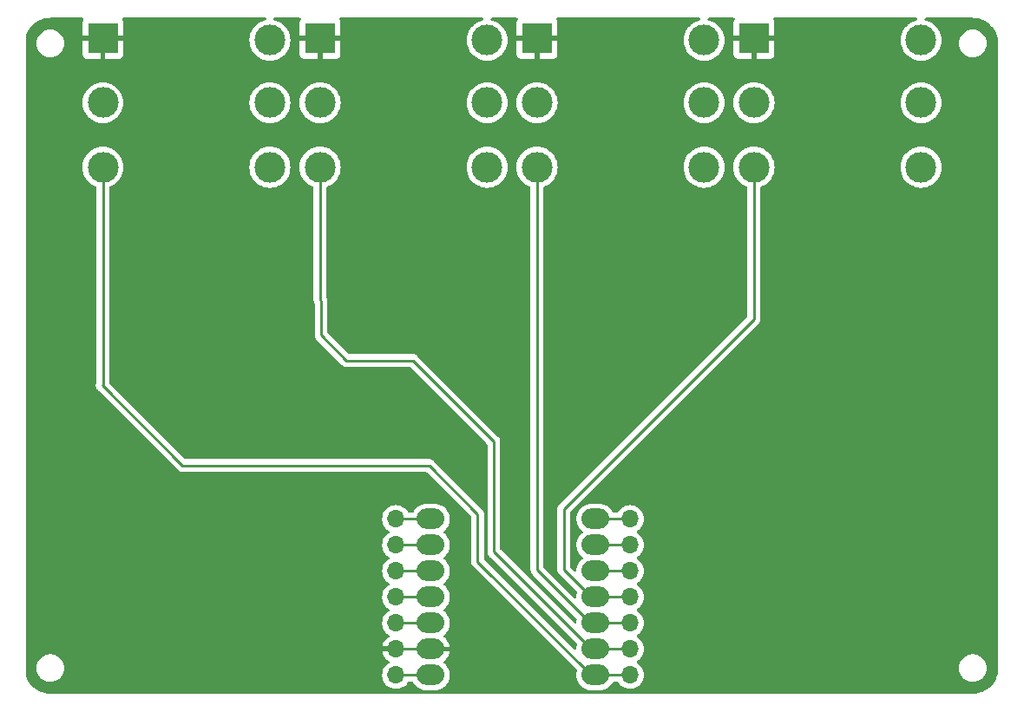
<source format=gbr>
%TF.GenerationSoftware,KiCad,Pcbnew,(7.0.0)*%
%TF.CreationDate,2023-02-28T10:18:03+09:00*%
%TF.ProjectId,footcon,666f6f74-636f-46e2-9e6b-696361645f70,0.10*%
%TF.SameCoordinates,Original*%
%TF.FileFunction,Copper,L1,Top*%
%TF.FilePolarity,Positive*%
%FSLAX46Y46*%
G04 Gerber Fmt 4.6, Leading zero omitted, Abs format (unit mm)*
G04 Created by KiCad (PCBNEW (7.0.0)) date 2023-02-28 10:18:03*
%MOMM*%
%LPD*%
G01*
G04 APERTURE LIST*
%TA.AperFunction,ComponentPad*%
%ADD10R,3.000000X3.000000*%
%TD*%
%TA.AperFunction,ComponentPad*%
%ADD11C,3.000000*%
%TD*%
%TA.AperFunction,ComponentPad*%
%ADD12O,1.700000X1.700000*%
%TD*%
%TA.AperFunction,SMDPad,CuDef*%
%ADD13O,2.700000X2.000000*%
%TD*%
%TA.AperFunction,ViaPad*%
%ADD14C,0.800000*%
%TD*%
%TA.AperFunction,Conductor*%
%ADD15C,0.250000*%
%TD*%
G04 APERTURE END LIST*
D10*
%TO.P,J4,1,S*%
%TO.N,GND*%
X169116667Y-72899999D03*
D11*
%TO.P,J4,2,R*%
%TO.N,unconnected-(J4-R-Pad2)*%
X169116668Y-79200000D03*
%TO.P,J4,3,J*%
%TO.N,Net-(J4-J)*%
X169116668Y-85500000D03*
%TO.P,J4,4,SN*%
%TO.N,unconnected-(J4-SN-Pad4)*%
X185416668Y-73100000D03*
%TO.P,J4,5,RN*%
%TO.N,unconnected-(J4-RN-Pad5)*%
X185416668Y-79200000D03*
%TO.P,J4,6,TN*%
%TO.N,unconnected-(J4-TN-Pad6)*%
X185416668Y-85500000D03*
%TD*%
D10*
%TO.P,J1,1,S*%
%TO.N,GND*%
X105586667Y-72899999D03*
D11*
%TO.P,J1,2,R*%
%TO.N,unconnected-(J1-R-Pad2)*%
X105586668Y-79200000D03*
%TO.P,J1,3,J*%
%TO.N,Net-(J1-J)*%
X105586668Y-85500000D03*
%TO.P,J1,4,SN*%
%TO.N,unconnected-(J1-SN-Pad4)*%
X121886668Y-73100000D03*
%TO.P,J1,5,RN*%
%TO.N,unconnected-(J1-RN-Pad5)*%
X121886668Y-79200000D03*
%TO.P,J1,6,TN*%
%TO.N,unconnected-(J1-TN-Pad6)*%
X121886668Y-85500000D03*
%TD*%
D12*
%TO.P,REF\u002A\u002A,1*%
%TO.N,Net-(J1-J)*%
X157036667Y-135074999D03*
%TO.P,REF\u002A\u002A,2*%
%TO.N,Net-(J2-J)*%
X157036667Y-132534999D03*
%TO.P,REF\u002A\u002A,3*%
%TO.N,Net-(J3-J)*%
X157036667Y-129994999D03*
%TO.P,REF\u002A\u002A,4*%
%TO.N,Net-(J4-J)*%
X157036667Y-127454999D03*
%TO.P,REF\u002A\u002A,5*%
%TO.N,unconnected-(U1-PA8_A4_D4_SDA-Pad5)*%
X157036667Y-124914999D03*
%TO.P,REF\u002A\u002A,6*%
%TO.N,unconnected-(U1-PA9_A5_D5_SCL-Pad6)*%
X157036667Y-122374999D03*
%TO.P,REF\u002A\u002A,7*%
%TO.N,unconnected-(U1-PB08_A6_D6_TX-Pad7)*%
X157036667Y-119834999D03*
%TD*%
D10*
%TO.P,J2,1,S*%
%TO.N,GND*%
X126783333Y-72899999D03*
D11*
%TO.P,J2,2,R*%
%TO.N,unconnected-(J2-R-Pad2)*%
X126783334Y-79200000D03*
%TO.P,J2,3,J*%
%TO.N,Net-(J2-J)*%
X126783334Y-85500000D03*
%TO.P,J2,4,SN*%
%TO.N,unconnected-(J2-SN-Pad4)*%
X143083334Y-73100000D03*
%TO.P,J2,5,RN*%
%TO.N,unconnected-(J2-RN-Pad5)*%
X143083334Y-79200000D03*
%TO.P,J2,6,TN*%
%TO.N,unconnected-(J2-TN-Pad6)*%
X143083334Y-85500000D03*
%TD*%
D10*
%TO.P,J3,1,S*%
%TO.N,GND*%
X147949999Y-72899999D03*
D11*
%TO.P,J3,2,R*%
%TO.N,unconnected-(J3-R-Pad2)*%
X147950000Y-79200000D03*
%TO.P,J3,3,J*%
%TO.N,Net-(J3-J)*%
X147950000Y-85500000D03*
%TO.P,J3,4,SN*%
%TO.N,unconnected-(J3-SN-Pad4)*%
X164250000Y-73100000D03*
%TO.P,J3,5,RN*%
%TO.N,unconnected-(J3-RN-Pad5)*%
X164250000Y-79200000D03*
%TO.P,J3,6,TN*%
%TO.N,unconnected-(J3-TN-Pad6)*%
X164250000Y-85500000D03*
%TD*%
D13*
%TO.P,U1,1,PA02_A0_D0*%
%TO.N,Net-(J1-J)*%
X153656667Y-135079999D03*
%TO.P,U1,2,PA4_A1_D1*%
%TO.N,Net-(J2-J)*%
X153656667Y-132539999D03*
%TO.P,U1,3,PA10_A2_D2*%
%TO.N,Net-(J3-J)*%
X153656667Y-129999999D03*
%TO.P,U1,4,PA11_A3_D3*%
%TO.N,Net-(J4-J)*%
X153656667Y-127459999D03*
%TO.P,U1,5,PA8_A4_D4_SDA*%
%TO.N,unconnected-(U1-PA8_A4_D4_SDA-Pad5)*%
X153656667Y-124919999D03*
%TO.P,U1,6,PA9_A5_D5_SCL*%
%TO.N,unconnected-(U1-PA9_A5_D5_SCL-Pad6)*%
X153656667Y-122379999D03*
%TO.P,U1,7,PB08_A6_D6_TX*%
%TO.N,unconnected-(U1-PB08_A6_D6_TX-Pad7)*%
X153656667Y-119839999D03*
%TO.P,U1,8,PB09_A7_D7_RX*%
%TO.N,unconnected-(U1-PB09_A7_D7_RX-Pad8)*%
X137576667Y-119839999D03*
%TO.P,U1,9,PA7_A8_D8_SCK*%
%TO.N,unconnected-(U1-PA7_A8_D8_SCK-Pad9)*%
X137576667Y-122379999D03*
%TO.P,U1,10,PA5_A9_D9_MISO*%
%TO.N,unconnected-(U1-PA5_A9_D9_MISO-Pad10)*%
X137576667Y-124919999D03*
%TO.P,U1,11,PA6_A10_D10_MOSI*%
%TO.N,unconnected-(U1-PA6_A10_D10_MOSI-Pad11)*%
X137576667Y-127459999D03*
%TO.P,U1,12,3V3*%
%TO.N,+3.3V*%
X137576667Y-129999999D03*
%TO.P,U1,13,GND*%
%TO.N,GND*%
X137576667Y-132539999D03*
%TO.P,U1,14,5V*%
%TO.N,unconnected-(U1-5V-Pad14)*%
X137576667Y-135079999D03*
%TD*%
D12*
%TO.P,REF\u002A\u002A,8*%
%TO.N,unconnected-(U1-PB09_A7_D7_RX-Pad8)*%
X134186667Y-119834999D03*
%TO.P,REF\u002A\u002A,9*%
%TO.N,unconnected-(U1-PA7_A8_D8_SCK-Pad9)*%
X134186667Y-122374999D03*
%TO.P,REF\u002A\u002A,10*%
%TO.N,unconnected-(U1-PA5_A9_D9_MISO-Pad10)*%
X134186667Y-124914999D03*
%TO.P,REF\u002A\u002A,11*%
%TO.N,unconnected-(U1-PA6_A10_D10_MOSI-Pad11)*%
X134186667Y-127454999D03*
%TO.P,REF\u002A\u002A,12*%
%TO.N,+3.3V*%
X134186667Y-129994999D03*
%TO.P,REF\u002A\u002A,13*%
%TO.N,GND*%
X134186667Y-132534999D03*
%TO.P,REF\u002A\u002A,14*%
%TO.N,unconnected-(U1-5V-Pad14)*%
X134186667Y-135074999D03*
%TD*%
D14*
%TO.N,GND*%
X139056668Y-76000000D03*
X142956668Y-96800000D03*
X180956668Y-75800000D03*
X157356668Y-102800000D03*
X140956668Y-134000000D03*
X157556668Y-97000000D03*
X107256668Y-116500000D03*
X172056668Y-96500000D03*
X143056668Y-102400000D03*
X116356668Y-75700000D03*
X141056668Y-128200000D03*
X159956668Y-114300000D03*
X101556668Y-82500000D03*
X101956668Y-96900000D03*
X150756668Y-96900000D03*
X132056668Y-84800000D03*
X164156668Y-96900000D03*
X110956668Y-106400000D03*
X152756668Y-84900000D03*
X115656668Y-110100000D03*
X136556668Y-96900000D03*
X147056668Y-134000000D03*
X121656668Y-106700000D03*
X136856668Y-102100000D03*
X135656668Y-111400000D03*
X173856668Y-84600000D03*
X121156668Y-96700000D03*
X166256668Y-108700000D03*
X150856668Y-103000000D03*
X129856668Y-108200000D03*
X159856668Y-75800000D03*
X111056668Y-96800000D03*
X115856668Y-101800000D03*
X150856668Y-109400000D03*
X101956668Y-111800000D03*
X111156668Y-83600000D03*
X130456668Y-96700000D03*
X121956668Y-117200000D03*
%TD*%
D15*
%TO.N,GND*%
X137991668Y-132535000D02*
X134186668Y-132535000D01*
X137996668Y-132540000D02*
X137991668Y-132535000D01*
%TO.N,Net-(J1-J)*%
X142156668Y-124000000D02*
X142156668Y-119350000D01*
X105516668Y-106770000D02*
X105586668Y-106700000D01*
X113366668Y-114620000D02*
X105516668Y-106770000D01*
X153236668Y-135080000D02*
X153241668Y-135075000D01*
X153241668Y-135075000D02*
X157036668Y-135075000D01*
X137426668Y-114620000D02*
X113366668Y-114620000D01*
X105586668Y-106700000D02*
X105586668Y-85500000D01*
X142156668Y-119350000D02*
X137426668Y-114620000D01*
X153236668Y-135080000D02*
X142156668Y-124000000D01*
%TO.N,Net-(J2-J)*%
X126876668Y-101890000D02*
X126876668Y-98560000D01*
X153241668Y-132535000D02*
X157036668Y-132535000D01*
X143726668Y-112270000D02*
X135816668Y-104360000D01*
X126876668Y-98560000D02*
X126783334Y-98466666D01*
X153236668Y-132540000D02*
X143726668Y-123030000D01*
X129346668Y-104360000D02*
X126876668Y-101890000D01*
X153236668Y-132540000D02*
X153241668Y-132535000D01*
X126783334Y-98466666D02*
X126783334Y-85500000D01*
X135816668Y-104360000D02*
X129346668Y-104360000D01*
X143726668Y-123030000D02*
X143726668Y-112270000D01*
%TO.N,Net-(J3-J)*%
X153236668Y-130000000D02*
X153136668Y-130000000D01*
X147950000Y-124813332D02*
X147950000Y-85500000D01*
X153236668Y-130000000D02*
X153241668Y-129995000D01*
X153136668Y-130000000D02*
X147950000Y-124813332D01*
X153241668Y-129995000D02*
X157036668Y-129995000D01*
%TO.N,Net-(J4-J)*%
X150556668Y-124780000D02*
X150556668Y-118900000D01*
X169116668Y-100340000D02*
X169116668Y-85500000D01*
X153241668Y-127455000D02*
X157036668Y-127455000D01*
X150556668Y-118900000D02*
X169116668Y-100340000D01*
X153236668Y-127460000D02*
X153241668Y-127455000D01*
X153236668Y-127460000D02*
X150556668Y-124780000D01*
%TO.N,unconnected-(U1-PA8_A4_D4_SDA-Pad5)*%
X153236668Y-124920000D02*
X153241668Y-124915000D01*
X153241668Y-124915000D02*
X157036668Y-124915000D01*
%TO.N,unconnected-(U1-PA9_A5_D5_SCL-Pad6)*%
X153236668Y-122380000D02*
X153241668Y-122375000D01*
X153241668Y-122375000D02*
X157036668Y-122375000D01*
%TO.N,unconnected-(U1-PB08_A6_D6_TX-Pad7)*%
X153236668Y-119840000D02*
X153241668Y-119835000D01*
X153241668Y-119835000D02*
X157036668Y-119835000D01*
%TO.N,unconnected-(U1-PB09_A7_D7_RX-Pad8)*%
X137996668Y-119840000D02*
X137991668Y-119835000D01*
X137991668Y-119835000D02*
X134186668Y-119835000D01*
%TO.N,unconnected-(U1-PA7_A8_D8_SCK-Pad9)*%
X137996668Y-122380000D02*
X137991668Y-122375000D01*
X137991668Y-122375000D02*
X134186668Y-122375000D01*
%TO.N,unconnected-(U1-PA5_A9_D9_MISO-Pad10)*%
X137991668Y-124915000D02*
X134186668Y-124915000D01*
X137996668Y-124920000D02*
X137991668Y-124915000D01*
%TO.N,unconnected-(U1-PA6_A10_D10_MOSI-Pad11)*%
X137996668Y-127460000D02*
X137991668Y-127455000D01*
X137991668Y-127455000D02*
X134186668Y-127455000D01*
%TO.N,+3.3V*%
X137996668Y-130000000D02*
X137991668Y-129995000D01*
X137991668Y-129995000D02*
X134186668Y-129995000D01*
%TO.N,unconnected-(U1-5V-Pad14)*%
X137991668Y-135075000D02*
X134186668Y-135075000D01*
X137996668Y-135080000D02*
X137991668Y-135075000D01*
%TD*%
%TA.AperFunction,Conductor*%
%TO.N,GND*%
G36*
X103653457Y-70919005D02*
G01*
X103699174Y-70968996D01*
X103711796Y-71035553D01*
X103687557Y-71098811D01*
X103648630Y-71150810D01*
X103640215Y-71166222D01*
X103595779Y-71285358D01*
X103592241Y-71300332D01*
X103587021Y-71348885D01*
X103586668Y-71355482D01*
X103586668Y-72633674D01*
X103590118Y-72646549D01*
X103602994Y-72650000D01*
X107570342Y-72650000D01*
X107583217Y-72646549D01*
X107586668Y-72633674D01*
X107586668Y-71355482D01*
X107586314Y-71348885D01*
X107581094Y-71300332D01*
X107577556Y-71285358D01*
X107533120Y-71166222D01*
X107524705Y-71150810D01*
X107485779Y-71098811D01*
X107461540Y-71035553D01*
X107474162Y-70968996D01*
X107519879Y-70919005D01*
X107585046Y-70900500D01*
X121433011Y-70900500D01*
X121491139Y-70914968D01*
X121535702Y-70954997D01*
X121556301Y-71011245D01*
X121548129Y-71070586D01*
X121513093Y-71119173D01*
X121459369Y-71145666D01*
X121325947Y-71174690D01*
X121325944Y-71174690D01*
X121321622Y-71175631D01*
X121317486Y-71177173D01*
X121317478Y-71177176D01*
X121057655Y-71274085D01*
X121057644Y-71274089D01*
X121053507Y-71275633D01*
X121049629Y-71277750D01*
X121049617Y-71277756D01*
X120806247Y-71410647D01*
X120806239Y-71410651D01*
X120802353Y-71412774D01*
X120798803Y-71415431D01*
X120798799Y-71415434D01*
X120576824Y-71581602D01*
X120576817Y-71581607D01*
X120573273Y-71584261D01*
X120570142Y-71587391D01*
X120570135Y-71587398D01*
X120374066Y-71783467D01*
X120374059Y-71783474D01*
X120370929Y-71786605D01*
X120368275Y-71790149D01*
X120368270Y-71790156D01*
X120226070Y-71980114D01*
X120199442Y-72015685D01*
X120197319Y-72019571D01*
X120197315Y-72019579D01*
X120064424Y-72262949D01*
X120064418Y-72262961D01*
X120062301Y-72266839D01*
X120060757Y-72270976D01*
X120060753Y-72270987D01*
X119963844Y-72530810D01*
X119963841Y-72530818D01*
X119962299Y-72534954D01*
X119961358Y-72539276D01*
X119961358Y-72539279D01*
X119902414Y-72810238D01*
X119902412Y-72810248D01*
X119901472Y-72814572D01*
X119901156Y-72818983D01*
X119901155Y-72818994D01*
X119891514Y-72953802D01*
X119881058Y-73100000D01*
X119881374Y-73104418D01*
X119901155Y-73381005D01*
X119901156Y-73381014D01*
X119901472Y-73385428D01*
X119902412Y-73389753D01*
X119902414Y-73389761D01*
X119954679Y-73630017D01*
X119962299Y-73665046D01*
X119963843Y-73669185D01*
X119963844Y-73669189D01*
X120036379Y-73863663D01*
X120062301Y-73933161D01*
X120064421Y-73937043D01*
X120064424Y-73937050D01*
X120143715Y-74082259D01*
X120199442Y-74184315D01*
X120370929Y-74413395D01*
X120573273Y-74615739D01*
X120802353Y-74787226D01*
X121053507Y-74924367D01*
X121321622Y-75024369D01*
X121601240Y-75085196D01*
X121886668Y-75105610D01*
X122172096Y-75085196D01*
X122451714Y-75024369D01*
X122719829Y-74924367D01*
X122970983Y-74787226D01*
X123200063Y-74615739D01*
X123371284Y-74444518D01*
X124783334Y-74444518D01*
X124783687Y-74451114D01*
X124788907Y-74499667D01*
X124792445Y-74514641D01*
X124836881Y-74633777D01*
X124845296Y-74649189D01*
X124920832Y-74750092D01*
X124933241Y-74762501D01*
X125034144Y-74838037D01*
X125049556Y-74846452D01*
X125168692Y-74890888D01*
X125183666Y-74894426D01*
X125232219Y-74899646D01*
X125238816Y-74900000D01*
X126517008Y-74900000D01*
X126529883Y-74896549D01*
X126533334Y-74883674D01*
X127033334Y-74883674D01*
X127036784Y-74896549D01*
X127049660Y-74900000D01*
X128327852Y-74900000D01*
X128334448Y-74899646D01*
X128383001Y-74894426D01*
X128397975Y-74890888D01*
X128517111Y-74846452D01*
X128532523Y-74838037D01*
X128633426Y-74762501D01*
X128645835Y-74750092D01*
X128721371Y-74649189D01*
X128729786Y-74633777D01*
X128774222Y-74514641D01*
X128777760Y-74499667D01*
X128782980Y-74451114D01*
X128783334Y-74444518D01*
X128783334Y-73166326D01*
X128779883Y-73153450D01*
X128767008Y-73150000D01*
X127049660Y-73150000D01*
X127036784Y-73153450D01*
X127033334Y-73166326D01*
X127033334Y-74883674D01*
X126533334Y-74883674D01*
X126533334Y-73166326D01*
X126529883Y-73153450D01*
X126517008Y-73150000D01*
X124799660Y-73150000D01*
X124786784Y-73153450D01*
X124783334Y-73166326D01*
X124783334Y-74444518D01*
X123371284Y-74444518D01*
X123402407Y-74413395D01*
X123573894Y-74184315D01*
X123711035Y-73933161D01*
X123811037Y-73665046D01*
X123871864Y-73385428D01*
X123892278Y-73100000D01*
X123871864Y-72814572D01*
X123811037Y-72534954D01*
X123711035Y-72266839D01*
X123573894Y-72015685D01*
X123402407Y-71786605D01*
X123200063Y-71584261D01*
X122970983Y-71412774D01*
X122907210Y-71377951D01*
X122723718Y-71277756D01*
X122723711Y-71277753D01*
X122719829Y-71275633D01*
X122715685Y-71274087D01*
X122715680Y-71274085D01*
X122455857Y-71177176D01*
X122455853Y-71177175D01*
X122451714Y-71175631D01*
X122379760Y-71159978D01*
X122313967Y-71145666D01*
X122260243Y-71119173D01*
X122225207Y-71070586D01*
X122217035Y-71011245D01*
X122237634Y-70954997D01*
X122282197Y-70914968D01*
X122340325Y-70900500D01*
X124784956Y-70900500D01*
X124850123Y-70919005D01*
X124895840Y-70968996D01*
X124908462Y-71035553D01*
X124884223Y-71098811D01*
X124845296Y-71150810D01*
X124836881Y-71166222D01*
X124792445Y-71285358D01*
X124788907Y-71300332D01*
X124783687Y-71348885D01*
X124783334Y-71355482D01*
X124783334Y-72633674D01*
X124786784Y-72646549D01*
X124799660Y-72650000D01*
X128767008Y-72650000D01*
X128779883Y-72646549D01*
X128783334Y-72633674D01*
X128783334Y-71355482D01*
X128782980Y-71348885D01*
X128777760Y-71300332D01*
X128774222Y-71285358D01*
X128729786Y-71166222D01*
X128721371Y-71150810D01*
X128682445Y-71098811D01*
X128658206Y-71035553D01*
X128670828Y-70968996D01*
X128716545Y-70919005D01*
X128781712Y-70900500D01*
X142629677Y-70900500D01*
X142687805Y-70914968D01*
X142732368Y-70954997D01*
X142752967Y-71011245D01*
X142744795Y-71070586D01*
X142709759Y-71119173D01*
X142656035Y-71145666D01*
X142522613Y-71174690D01*
X142522610Y-71174690D01*
X142518288Y-71175631D01*
X142514152Y-71177173D01*
X142514144Y-71177176D01*
X142254321Y-71274085D01*
X142254310Y-71274089D01*
X142250173Y-71275633D01*
X142246295Y-71277750D01*
X142246283Y-71277756D01*
X142002913Y-71410647D01*
X142002905Y-71410651D01*
X141999019Y-71412774D01*
X141995469Y-71415431D01*
X141995465Y-71415434D01*
X141773490Y-71581602D01*
X141773483Y-71581607D01*
X141769939Y-71584261D01*
X141766808Y-71587391D01*
X141766801Y-71587398D01*
X141570732Y-71783467D01*
X141570725Y-71783474D01*
X141567595Y-71786605D01*
X141564941Y-71790149D01*
X141564936Y-71790156D01*
X141422736Y-71980114D01*
X141396108Y-72015685D01*
X141393985Y-72019571D01*
X141393981Y-72019579D01*
X141261090Y-72262949D01*
X141261084Y-72262961D01*
X141258967Y-72266839D01*
X141257423Y-72270976D01*
X141257419Y-72270987D01*
X141160510Y-72530810D01*
X141160507Y-72530818D01*
X141158965Y-72534954D01*
X141158024Y-72539276D01*
X141158024Y-72539279D01*
X141099080Y-72810238D01*
X141099078Y-72810248D01*
X141098138Y-72814572D01*
X141097822Y-72818983D01*
X141097821Y-72818994D01*
X141088180Y-72953802D01*
X141077724Y-73100000D01*
X141078040Y-73104418D01*
X141097821Y-73381005D01*
X141097822Y-73381014D01*
X141098138Y-73385428D01*
X141099078Y-73389753D01*
X141099080Y-73389761D01*
X141151345Y-73630017D01*
X141158965Y-73665046D01*
X141160509Y-73669185D01*
X141160510Y-73669189D01*
X141233045Y-73863663D01*
X141258967Y-73933161D01*
X141261087Y-73937043D01*
X141261090Y-73937050D01*
X141340381Y-74082259D01*
X141396108Y-74184315D01*
X141567595Y-74413395D01*
X141769939Y-74615739D01*
X141999019Y-74787226D01*
X142250173Y-74924367D01*
X142518288Y-75024369D01*
X142797906Y-75085196D01*
X143083334Y-75105610D01*
X143368762Y-75085196D01*
X143648380Y-75024369D01*
X143916495Y-74924367D01*
X144167649Y-74787226D01*
X144396729Y-74615739D01*
X144567950Y-74444518D01*
X145950000Y-74444518D01*
X145950353Y-74451114D01*
X145955573Y-74499667D01*
X145959111Y-74514641D01*
X146003547Y-74633777D01*
X146011962Y-74649189D01*
X146087498Y-74750092D01*
X146099907Y-74762501D01*
X146200810Y-74838037D01*
X146216222Y-74846452D01*
X146335358Y-74890888D01*
X146350332Y-74894426D01*
X146398885Y-74899646D01*
X146405482Y-74900000D01*
X147683674Y-74900000D01*
X147696549Y-74896549D01*
X147700000Y-74883674D01*
X148200000Y-74883674D01*
X148203450Y-74896549D01*
X148216326Y-74900000D01*
X149494518Y-74900000D01*
X149501114Y-74899646D01*
X149549667Y-74894426D01*
X149564641Y-74890888D01*
X149683777Y-74846452D01*
X149699189Y-74838037D01*
X149800092Y-74762501D01*
X149812501Y-74750092D01*
X149888037Y-74649189D01*
X149896452Y-74633777D01*
X149940888Y-74514641D01*
X149944426Y-74499667D01*
X149949646Y-74451114D01*
X149950000Y-74444518D01*
X149950000Y-73166326D01*
X149946549Y-73153450D01*
X149933674Y-73150000D01*
X148216326Y-73150000D01*
X148203450Y-73153450D01*
X148200000Y-73166326D01*
X148200000Y-74883674D01*
X147700000Y-74883674D01*
X147700000Y-73166326D01*
X147696549Y-73153450D01*
X147683674Y-73150000D01*
X145966326Y-73150000D01*
X145953450Y-73153450D01*
X145950000Y-73166326D01*
X145950000Y-74444518D01*
X144567950Y-74444518D01*
X144599073Y-74413395D01*
X144770560Y-74184315D01*
X144907701Y-73933161D01*
X145007703Y-73665046D01*
X145068530Y-73385428D01*
X145088944Y-73100000D01*
X145068530Y-72814572D01*
X145007703Y-72534954D01*
X144907701Y-72266839D01*
X144770560Y-72015685D01*
X144599073Y-71786605D01*
X144396729Y-71584261D01*
X144167649Y-71412774D01*
X144103876Y-71377951D01*
X143920384Y-71277756D01*
X143920377Y-71277753D01*
X143916495Y-71275633D01*
X143912351Y-71274087D01*
X143912346Y-71274085D01*
X143652523Y-71177176D01*
X143652519Y-71177175D01*
X143648380Y-71175631D01*
X143576426Y-71159978D01*
X143510633Y-71145666D01*
X143456909Y-71119173D01*
X143421873Y-71070586D01*
X143413701Y-71011245D01*
X143434300Y-70954997D01*
X143478863Y-70914968D01*
X143536991Y-70900500D01*
X145951622Y-70900500D01*
X146016789Y-70919005D01*
X146062506Y-70968996D01*
X146075128Y-71035553D01*
X146050889Y-71098811D01*
X146011962Y-71150810D01*
X146003547Y-71166222D01*
X145959111Y-71285358D01*
X145955573Y-71300332D01*
X145950353Y-71348885D01*
X145950000Y-71355482D01*
X145950000Y-72633674D01*
X145953450Y-72646549D01*
X145966326Y-72650000D01*
X149933674Y-72650000D01*
X149946549Y-72646549D01*
X149950000Y-72633674D01*
X149950000Y-71355482D01*
X149949646Y-71348885D01*
X149944426Y-71300332D01*
X149940888Y-71285358D01*
X149896452Y-71166222D01*
X149888037Y-71150810D01*
X149849111Y-71098811D01*
X149824872Y-71035553D01*
X149837494Y-70968996D01*
X149883211Y-70919005D01*
X149948378Y-70900500D01*
X163796343Y-70900500D01*
X163854471Y-70914968D01*
X163899034Y-70954997D01*
X163919633Y-71011245D01*
X163911461Y-71070586D01*
X163876425Y-71119173D01*
X163822701Y-71145666D01*
X163689279Y-71174690D01*
X163689276Y-71174690D01*
X163684954Y-71175631D01*
X163680818Y-71177173D01*
X163680810Y-71177176D01*
X163420987Y-71274085D01*
X163420976Y-71274089D01*
X163416839Y-71275633D01*
X163412961Y-71277750D01*
X163412949Y-71277756D01*
X163169579Y-71410647D01*
X163169571Y-71410651D01*
X163165685Y-71412774D01*
X163162135Y-71415431D01*
X163162131Y-71415434D01*
X162940156Y-71581602D01*
X162940149Y-71581607D01*
X162936605Y-71584261D01*
X162933474Y-71587391D01*
X162933467Y-71587398D01*
X162737398Y-71783467D01*
X162737391Y-71783474D01*
X162734261Y-71786605D01*
X162731607Y-71790149D01*
X162731602Y-71790156D01*
X162589402Y-71980114D01*
X162562774Y-72015685D01*
X162560651Y-72019571D01*
X162560647Y-72019579D01*
X162427756Y-72262949D01*
X162427750Y-72262961D01*
X162425633Y-72266839D01*
X162424089Y-72270976D01*
X162424085Y-72270987D01*
X162327176Y-72530810D01*
X162327173Y-72530818D01*
X162325631Y-72534954D01*
X162324690Y-72539276D01*
X162324690Y-72539279D01*
X162265746Y-72810238D01*
X162265744Y-72810248D01*
X162264804Y-72814572D01*
X162264488Y-72818983D01*
X162264487Y-72818994D01*
X162254846Y-72953802D01*
X162244390Y-73100000D01*
X162244706Y-73104418D01*
X162264487Y-73381005D01*
X162264488Y-73381014D01*
X162264804Y-73385428D01*
X162265744Y-73389753D01*
X162265746Y-73389761D01*
X162318011Y-73630017D01*
X162325631Y-73665046D01*
X162327175Y-73669185D01*
X162327176Y-73669189D01*
X162399711Y-73863663D01*
X162425633Y-73933161D01*
X162427753Y-73937043D01*
X162427756Y-73937050D01*
X162507047Y-74082259D01*
X162562774Y-74184315D01*
X162734261Y-74413395D01*
X162936605Y-74615739D01*
X163165685Y-74787226D01*
X163416839Y-74924367D01*
X163684954Y-75024369D01*
X163964572Y-75085196D01*
X164250000Y-75105610D01*
X164535428Y-75085196D01*
X164815046Y-75024369D01*
X165083161Y-74924367D01*
X165334315Y-74787226D01*
X165563395Y-74615739D01*
X165734616Y-74444518D01*
X167116668Y-74444518D01*
X167117021Y-74451114D01*
X167122241Y-74499667D01*
X167125779Y-74514641D01*
X167170215Y-74633777D01*
X167178630Y-74649189D01*
X167254166Y-74750092D01*
X167266575Y-74762501D01*
X167367478Y-74838037D01*
X167382890Y-74846452D01*
X167502026Y-74890888D01*
X167517000Y-74894426D01*
X167565553Y-74899646D01*
X167572150Y-74900000D01*
X168850342Y-74900000D01*
X168863217Y-74896549D01*
X168866668Y-74883674D01*
X169366668Y-74883674D01*
X169370118Y-74896549D01*
X169382994Y-74900000D01*
X170661186Y-74900000D01*
X170667782Y-74899646D01*
X170716335Y-74894426D01*
X170731309Y-74890888D01*
X170850445Y-74846452D01*
X170865857Y-74838037D01*
X170966760Y-74762501D01*
X170979169Y-74750092D01*
X171054705Y-74649189D01*
X171063120Y-74633777D01*
X171107556Y-74514641D01*
X171111094Y-74499667D01*
X171116314Y-74451114D01*
X171116668Y-74444518D01*
X171116668Y-73166326D01*
X171113217Y-73153450D01*
X171100342Y-73150000D01*
X169382994Y-73150000D01*
X169370118Y-73153450D01*
X169366668Y-73166326D01*
X169366668Y-74883674D01*
X168866668Y-74883674D01*
X168866668Y-73166326D01*
X168863217Y-73153450D01*
X168850342Y-73150000D01*
X167132994Y-73150000D01*
X167120118Y-73153450D01*
X167116668Y-73166326D01*
X167116668Y-74444518D01*
X165734616Y-74444518D01*
X165765739Y-74413395D01*
X165937226Y-74184315D01*
X166074367Y-73933161D01*
X166174369Y-73665046D01*
X166235196Y-73385428D01*
X166255610Y-73100000D01*
X166235196Y-72814572D01*
X166174369Y-72534954D01*
X166074367Y-72266839D01*
X165937226Y-72015685D01*
X165765739Y-71786605D01*
X165563395Y-71584261D01*
X165334315Y-71412774D01*
X165270542Y-71377951D01*
X165087050Y-71277756D01*
X165087043Y-71277753D01*
X165083161Y-71275633D01*
X165079017Y-71274087D01*
X165079012Y-71274085D01*
X164819189Y-71177176D01*
X164819185Y-71177175D01*
X164815046Y-71175631D01*
X164743092Y-71159978D01*
X164677299Y-71145666D01*
X164623575Y-71119173D01*
X164588539Y-71070586D01*
X164580367Y-71011245D01*
X164600966Y-70954997D01*
X164645529Y-70914968D01*
X164703657Y-70900500D01*
X167118290Y-70900500D01*
X167183457Y-70919005D01*
X167229174Y-70968996D01*
X167241796Y-71035553D01*
X167217557Y-71098811D01*
X167178630Y-71150810D01*
X167170215Y-71166222D01*
X167125779Y-71285358D01*
X167122241Y-71300332D01*
X167117021Y-71348885D01*
X167116668Y-71355482D01*
X167116668Y-72633674D01*
X167120118Y-72646549D01*
X167132994Y-72650000D01*
X171100342Y-72650000D01*
X171113217Y-72646549D01*
X171116668Y-72633674D01*
X171116668Y-71355482D01*
X171116314Y-71348885D01*
X171111094Y-71300332D01*
X171107556Y-71285358D01*
X171063120Y-71166222D01*
X171054705Y-71150810D01*
X171015779Y-71098811D01*
X170991540Y-71035553D01*
X171004162Y-70968996D01*
X171049879Y-70919005D01*
X171115046Y-70900500D01*
X184963011Y-70900500D01*
X185021139Y-70914968D01*
X185065702Y-70954997D01*
X185086301Y-71011245D01*
X185078129Y-71070586D01*
X185043093Y-71119173D01*
X184989369Y-71145666D01*
X184855947Y-71174690D01*
X184855944Y-71174690D01*
X184851622Y-71175631D01*
X184847486Y-71177173D01*
X184847478Y-71177176D01*
X184587655Y-71274085D01*
X184587644Y-71274089D01*
X184583507Y-71275633D01*
X184579629Y-71277750D01*
X184579617Y-71277756D01*
X184336247Y-71410647D01*
X184336239Y-71410651D01*
X184332353Y-71412774D01*
X184328803Y-71415431D01*
X184328799Y-71415434D01*
X184106824Y-71581602D01*
X184106817Y-71581607D01*
X184103273Y-71584261D01*
X184100142Y-71587391D01*
X184100135Y-71587398D01*
X183904066Y-71783467D01*
X183904059Y-71783474D01*
X183900929Y-71786605D01*
X183898275Y-71790149D01*
X183898270Y-71790156D01*
X183756070Y-71980114D01*
X183729442Y-72015685D01*
X183727319Y-72019571D01*
X183727315Y-72019579D01*
X183594424Y-72262949D01*
X183594418Y-72262961D01*
X183592301Y-72266839D01*
X183590757Y-72270976D01*
X183590753Y-72270987D01*
X183493844Y-72530810D01*
X183493841Y-72530818D01*
X183492299Y-72534954D01*
X183491358Y-72539276D01*
X183491358Y-72539279D01*
X183432414Y-72810238D01*
X183432412Y-72810248D01*
X183431472Y-72814572D01*
X183431156Y-72818983D01*
X183431155Y-72818994D01*
X183421514Y-72953802D01*
X183411058Y-73100000D01*
X183411374Y-73104418D01*
X183431155Y-73381005D01*
X183431156Y-73381014D01*
X183431472Y-73385428D01*
X183432412Y-73389753D01*
X183432414Y-73389761D01*
X183484679Y-73630017D01*
X183492299Y-73665046D01*
X183493843Y-73669185D01*
X183493844Y-73669189D01*
X183566379Y-73863663D01*
X183592301Y-73933161D01*
X183594421Y-73937043D01*
X183594424Y-73937050D01*
X183673715Y-74082259D01*
X183729442Y-74184315D01*
X183900929Y-74413395D01*
X184103273Y-74615739D01*
X184332353Y-74787226D01*
X184583507Y-74924367D01*
X184851622Y-75024369D01*
X185131240Y-75085196D01*
X185416668Y-75105610D01*
X185702096Y-75085196D01*
X185981714Y-75024369D01*
X186249829Y-74924367D01*
X186500983Y-74787226D01*
X186730063Y-74615739D01*
X186932407Y-74413395D01*
X187103894Y-74184315D01*
X187241035Y-73933161D01*
X187341037Y-73665046D01*
X187398694Y-73400000D01*
X189101009Y-73400000D01*
X189121605Y-73635408D01*
X189123004Y-73640630D01*
X189123005Y-73640634D01*
X189181362Y-73858430D01*
X189181365Y-73858438D01*
X189182765Y-73863663D01*
X189282633Y-74077829D01*
X189418173Y-74271401D01*
X189585267Y-74438495D01*
X189778839Y-74574035D01*
X189993005Y-74673903D01*
X190221260Y-74735063D01*
X190397702Y-74750500D01*
X190512926Y-74750500D01*
X190515634Y-74750500D01*
X190692076Y-74735063D01*
X190920331Y-74673903D01*
X191134497Y-74574035D01*
X191328069Y-74438495D01*
X191495163Y-74271401D01*
X191630703Y-74077830D01*
X191730571Y-73863663D01*
X191791731Y-73635408D01*
X191812327Y-73400000D01*
X191791731Y-73164592D01*
X191730571Y-72936337D01*
X191630703Y-72722171D01*
X191495163Y-72528599D01*
X191328069Y-72361505D01*
X191260725Y-72314350D01*
X191138936Y-72229073D01*
X191138934Y-72229072D01*
X191134497Y-72225965D01*
X190920331Y-72126097D01*
X190915106Y-72124697D01*
X190915098Y-72124694D01*
X190697302Y-72066337D01*
X190697298Y-72066336D01*
X190692076Y-72064937D01*
X190686688Y-72064465D01*
X190686685Y-72064465D01*
X190518332Y-72049736D01*
X190518330Y-72049735D01*
X190515634Y-72049500D01*
X190397702Y-72049500D01*
X190395006Y-72049735D01*
X190395003Y-72049736D01*
X190226650Y-72064465D01*
X190226645Y-72064465D01*
X190221260Y-72064937D01*
X190216039Y-72066335D01*
X190216033Y-72066337D01*
X189998237Y-72124694D01*
X189998225Y-72124698D01*
X189993005Y-72126097D01*
X189988100Y-72128383D01*
X189988095Y-72128386D01*
X189783749Y-72223675D01*
X189783745Y-72223677D01*
X189778839Y-72225965D01*
X189774406Y-72229068D01*
X189774399Y-72229073D01*
X189589702Y-72358399D01*
X189589697Y-72358402D01*
X189585267Y-72361505D01*
X189581443Y-72365328D01*
X189581437Y-72365334D01*
X189422004Y-72524767D01*
X189421998Y-72524773D01*
X189418173Y-72528599D01*
X189415074Y-72533023D01*
X189415067Y-72533033D01*
X189285734Y-72717740D01*
X189285729Y-72717747D01*
X189282633Y-72722170D01*
X189280351Y-72727061D01*
X189280346Y-72727072D01*
X189185054Y-72931427D01*
X189185051Y-72931432D01*
X189182765Y-72936337D01*
X189181366Y-72941557D01*
X189181362Y-72941569D01*
X189123005Y-73159365D01*
X189123003Y-73159371D01*
X189121605Y-73164592D01*
X189121133Y-73169977D01*
X189121133Y-73169982D01*
X189102671Y-73381005D01*
X189101009Y-73400000D01*
X187398694Y-73400000D01*
X187401864Y-73385428D01*
X187422278Y-73100000D01*
X187401864Y-72814572D01*
X187341037Y-72534954D01*
X187241035Y-72266839D01*
X187103894Y-72015685D01*
X186932407Y-71786605D01*
X186730063Y-71584261D01*
X186500983Y-71412774D01*
X186437210Y-71377951D01*
X186253718Y-71277756D01*
X186253711Y-71277753D01*
X186249829Y-71275633D01*
X186245685Y-71274087D01*
X186245680Y-71274085D01*
X185985857Y-71177176D01*
X185985853Y-71177175D01*
X185981714Y-71175631D01*
X185909760Y-71159978D01*
X185843967Y-71145666D01*
X185790243Y-71119173D01*
X185755207Y-71070586D01*
X185747035Y-71011245D01*
X185767634Y-70954997D01*
X185812197Y-70914968D01*
X185870325Y-70900500D01*
X190452920Y-70900500D01*
X190460404Y-70900725D01*
X190553569Y-70906360D01*
X190553866Y-70906379D01*
X190759757Y-70919891D01*
X190773941Y-70921650D01*
X190902898Y-70945281D01*
X190904687Y-70945622D01*
X191069403Y-70978384D01*
X191082069Y-70981607D01*
X191215139Y-71023072D01*
X191218075Y-71024028D01*
X191369229Y-71075337D01*
X191380238Y-71079672D01*
X191510322Y-71138216D01*
X191514267Y-71140076D01*
X191654489Y-71209224D01*
X191663756Y-71214297D01*
X191787249Y-71288950D01*
X191791976Y-71291955D01*
X191920679Y-71377951D01*
X191928226Y-71383417D01*
X192042452Y-71472906D01*
X192047715Y-71477269D01*
X192163577Y-71578876D01*
X192163580Y-71578878D01*
X192169498Y-71584421D01*
X192272260Y-71687182D01*
X192277791Y-71693086D01*
X192357054Y-71783467D01*
X192379396Y-71808943D01*
X192383776Y-71814225D01*
X192473264Y-71928447D01*
X192478739Y-71936007D01*
X192554573Y-72049500D01*
X192564712Y-72064674D01*
X192567727Y-72069415D01*
X192642374Y-72192897D01*
X192647469Y-72202202D01*
X192716600Y-72342383D01*
X192718463Y-72346336D01*
X192777013Y-72476427D01*
X192781357Y-72487460D01*
X192832659Y-72638590D01*
X192833625Y-72641558D01*
X192875076Y-72774577D01*
X192878308Y-72787276D01*
X192911067Y-72951961D01*
X192911419Y-72953802D01*
X192935035Y-73082676D01*
X192936800Y-73096917D01*
X192950576Y-73307087D01*
X192950616Y-73307709D01*
X192955942Y-73395746D01*
X192956168Y-73403234D01*
X192956168Y-134396249D01*
X192955942Y-134403737D01*
X192950078Y-134500672D01*
X192950039Y-134501283D01*
X192936867Y-134702531D01*
X192935101Y-134716783D01*
X192910622Y-134850367D01*
X192910270Y-134852208D01*
X192878457Y-135012137D01*
X192875225Y-135024836D01*
X192832838Y-135160858D01*
X192831872Y-135163825D01*
X192781603Y-135311913D01*
X192777259Y-135322947D01*
X192717685Y-135455314D01*
X192715822Y-135459266D01*
X192647831Y-135597137D01*
X192642735Y-135606444D01*
X192566974Y-135731765D01*
X192563960Y-135736505D01*
X192479237Y-135863302D01*
X192473745Y-135870885D01*
X192383049Y-135986649D01*
X192378667Y-135991935D01*
X192278470Y-136106186D01*
X192272923Y-136112108D01*
X192168784Y-136216246D01*
X192162861Y-136221793D01*
X192048623Y-136321976D01*
X192043337Y-136326359D01*
X191927546Y-136417073D01*
X191919964Y-136422563D01*
X191793184Y-136507274D01*
X191788443Y-136510289D01*
X191663122Y-136586047D01*
X191653816Y-136591143D01*
X191515919Y-136659145D01*
X191511965Y-136661008D01*
X191379625Y-136720567D01*
X191368594Y-136724911D01*
X191220485Y-136775186D01*
X191217516Y-136776152D01*
X191081505Y-136818533D01*
X191068806Y-136821765D01*
X190908828Y-136853585D01*
X190906988Y-136853936D01*
X190773442Y-136878407D01*
X190759201Y-136880173D01*
X190562153Y-136893086D01*
X190561531Y-136893125D01*
X190464472Y-136898995D01*
X190459874Y-136899274D01*
X190452390Y-136899500D01*
X100460422Y-136899500D01*
X100452933Y-136899274D01*
X100449650Y-136899075D01*
X100355961Y-136893406D01*
X100355352Y-136893367D01*
X100154142Y-136880197D01*
X100139887Y-136878430D01*
X100006258Y-136853939D01*
X100004420Y-136853588D01*
X99844536Y-136821784D01*
X99831836Y-136818552D01*
X99695816Y-136776165D01*
X99692848Y-136775199D01*
X99596560Y-136742512D01*
X99544752Y-136724925D01*
X99533727Y-136720584D01*
X99506737Y-136708437D01*
X99401352Y-136661005D01*
X99397401Y-136659142D01*
X99259536Y-136591154D01*
X99250229Y-136586058D01*
X99124913Y-136510300D01*
X99120172Y-136507286D01*
X98993370Y-136422558D01*
X98985788Y-136417066D01*
X98870022Y-136326368D01*
X98864737Y-136321986D01*
X98750490Y-136221793D01*
X98750473Y-136221778D01*
X98744572Y-136216250D01*
X98640431Y-136112108D01*
X98634889Y-136106191D01*
X98625684Y-136095695D01*
X98534689Y-135991933D01*
X98530312Y-135986654D01*
X98501777Y-135950232D01*
X98439599Y-135870867D01*
X98434121Y-135863302D01*
X98349379Y-135736475D01*
X98346428Y-135731836D01*
X98270621Y-135606435D01*
X98265534Y-135597142D01*
X98216958Y-135498639D01*
X98197526Y-135459234D01*
X98195685Y-135455331D01*
X98136100Y-135322937D01*
X98131762Y-135311916D01*
X98129420Y-135305017D01*
X98081492Y-135163825D01*
X98080528Y-135160864D01*
X98075666Y-135145262D01*
X98062282Y-135102308D01*
X98056668Y-135065419D01*
X98056668Y-134400000D01*
X99101009Y-134400000D01*
X99101481Y-134405395D01*
X99119956Y-134616569D01*
X99121605Y-134635408D01*
X99123004Y-134640630D01*
X99123005Y-134640634D01*
X99181362Y-134858430D01*
X99181365Y-134858438D01*
X99182765Y-134863663D01*
X99282633Y-135077829D01*
X99418173Y-135271401D01*
X99585267Y-135438495D01*
X99778839Y-135574035D01*
X99993005Y-135673903D01*
X100221260Y-135735063D01*
X100397702Y-135750500D01*
X100512926Y-135750500D01*
X100515634Y-135750500D01*
X100692076Y-135735063D01*
X100920331Y-135673903D01*
X101134497Y-135574035D01*
X101328069Y-135438495D01*
X101495163Y-135271401D01*
X101630703Y-135077830D01*
X101632023Y-135075000D01*
X132831009Y-135075000D01*
X132831481Y-135080395D01*
X132842767Y-135209398D01*
X132851605Y-135310408D01*
X132853004Y-135315630D01*
X132853005Y-135315634D01*
X132911362Y-135533430D01*
X132911365Y-135533438D01*
X132912765Y-135538663D01*
X132915053Y-135543570D01*
X132915054Y-135543572D01*
X133010346Y-135747927D01*
X133010349Y-135747933D01*
X133012633Y-135752830D01*
X133015732Y-135757257D01*
X133015734Y-135757259D01*
X133145067Y-135941966D01*
X133145070Y-135941970D01*
X133148173Y-135946401D01*
X133315267Y-136113495D01*
X133319699Y-136116598D01*
X133319701Y-136116600D01*
X133462010Y-136216246D01*
X133508838Y-136249035D01*
X133723005Y-136348903D01*
X133951260Y-136410063D01*
X134186668Y-136430659D01*
X134422076Y-136410063D01*
X134650331Y-136348903D01*
X134864498Y-136249035D01*
X135058069Y-136113495D01*
X135225163Y-135946401D01*
X135360320Y-135753376D01*
X135404639Y-135714511D01*
X135461896Y-135700500D01*
X135782443Y-135700500D01*
X135845917Y-135717977D01*
X135891496Y-135765480D01*
X135966194Y-135903509D01*
X136118930Y-136099744D01*
X136122697Y-136103211D01*
X136122700Y-136103215D01*
X136277734Y-136245933D01*
X136301883Y-136268164D01*
X136384249Y-136321976D01*
X136505767Y-136401368D01*
X136505770Y-136401369D01*
X136510061Y-136404173D01*
X136514755Y-136406232D01*
X136514757Y-136406233D01*
X136539454Y-136417066D01*
X136737787Y-136504063D01*
X136978847Y-136565108D01*
X137164601Y-136580500D01*
X137986165Y-136580500D01*
X137988735Y-136580500D01*
X138174489Y-136565108D01*
X138415549Y-136504063D01*
X138643275Y-136404173D01*
X138851453Y-136268164D01*
X139034406Y-136099744D01*
X139187142Y-135903509D01*
X139305496Y-135684810D01*
X139386239Y-135449614D01*
X139427168Y-135204335D01*
X139427168Y-134955665D01*
X139386239Y-134710386D01*
X139305496Y-134475190D01*
X139187142Y-134256491D01*
X139034406Y-134060256D01*
X139030638Y-134056787D01*
X139030635Y-134056784D01*
X138867464Y-133906575D01*
X138861287Y-133900889D01*
X138825950Y-133843401D01*
X138825950Y-133775919D01*
X138861288Y-133718430D01*
X139030268Y-133562872D01*
X139037181Y-133555362D01*
X139183571Y-133367281D01*
X139189163Y-133358723D01*
X139302597Y-133149114D01*
X139306700Y-133139760D01*
X139384086Y-132914341D01*
X139386595Y-132904432D01*
X139403468Y-132803320D01*
X139402901Y-132792363D01*
X139392184Y-132790000D01*
X137450668Y-132790000D01*
X137388668Y-132773387D01*
X137343281Y-132728000D01*
X137326668Y-132666000D01*
X137326668Y-132414000D01*
X137343281Y-132352000D01*
X137388668Y-132306613D01*
X137450668Y-132290000D01*
X139392184Y-132290000D01*
X139402901Y-132287636D01*
X139403468Y-132276679D01*
X139386595Y-132175567D01*
X139384086Y-132165658D01*
X139306700Y-131940239D01*
X139302597Y-131930885D01*
X139189163Y-131721276D01*
X139183571Y-131712718D01*
X139037181Y-131524637D01*
X139030262Y-131517120D01*
X138861288Y-131361568D01*
X138825950Y-131304079D01*
X138825950Y-131236598D01*
X138861286Y-131179111D01*
X139034406Y-131019744D01*
X139187142Y-130823509D01*
X139305496Y-130604810D01*
X139386239Y-130369614D01*
X139427168Y-130124335D01*
X139427168Y-129875665D01*
X139386239Y-129630386D01*
X139305496Y-129395190D01*
X139187142Y-129176491D01*
X139034406Y-128980256D01*
X139030638Y-128976787D01*
X139030635Y-128976784D01*
X138946894Y-128899696D01*
X138861656Y-128821228D01*
X138826319Y-128763741D01*
X138826319Y-128696259D01*
X138861656Y-128638771D01*
X139034406Y-128479744D01*
X139187142Y-128283509D01*
X139305496Y-128064810D01*
X139386239Y-127829614D01*
X139427168Y-127584335D01*
X139427168Y-127335665D01*
X139386239Y-127090386D01*
X139305496Y-126855190D01*
X139187142Y-126636491D01*
X139034406Y-126440256D01*
X139030638Y-126436787D01*
X139030635Y-126436784D01*
X138946894Y-126359696D01*
X138861656Y-126281228D01*
X138826319Y-126223741D01*
X138826319Y-126156259D01*
X138861656Y-126098771D01*
X139034406Y-125939744D01*
X139187142Y-125743509D01*
X139305496Y-125524810D01*
X139386239Y-125289614D01*
X139427168Y-125044335D01*
X139427168Y-124795665D01*
X139386239Y-124550386D01*
X139305496Y-124315190D01*
X139187142Y-124096491D01*
X139034406Y-123900256D01*
X139030638Y-123896787D01*
X139030635Y-123896784D01*
X138900762Y-123777228D01*
X138861656Y-123741228D01*
X138826319Y-123683741D01*
X138826319Y-123616259D01*
X138861656Y-123558771D01*
X139034406Y-123399744D01*
X139187142Y-123203509D01*
X139305496Y-122984810D01*
X139386239Y-122749614D01*
X139427168Y-122504335D01*
X139427168Y-122255665D01*
X139386239Y-122010386D01*
X139305496Y-121775190D01*
X139187142Y-121556491D01*
X139034406Y-121360256D01*
X139030638Y-121356787D01*
X139030635Y-121356784D01*
X138861657Y-121201229D01*
X138826319Y-121143740D01*
X138826319Y-121076258D01*
X138861657Y-121018770D01*
X139034406Y-120859744D01*
X139187142Y-120663509D01*
X139305496Y-120444810D01*
X139386239Y-120209614D01*
X139427168Y-119964335D01*
X139427168Y-119715665D01*
X139386239Y-119470386D01*
X139305496Y-119235190D01*
X139298772Y-119222766D01*
X139232124Y-119099610D01*
X139187142Y-119016491D01*
X139034406Y-118820256D01*
X139030638Y-118816787D01*
X139030635Y-118816784D01*
X138855228Y-118655311D01*
X138855227Y-118655310D01*
X138851453Y-118651836D01*
X138817484Y-118629643D01*
X138647568Y-118518631D01*
X138647561Y-118518627D01*
X138643275Y-118515827D01*
X138638584Y-118513769D01*
X138638578Y-118513766D01*
X138420245Y-118417997D01*
X138420246Y-118417997D01*
X138415549Y-118415937D01*
X138410579Y-118414678D01*
X138410578Y-118414678D01*
X138179463Y-118356151D01*
X138179456Y-118356149D01*
X138174489Y-118354892D01*
X138169377Y-118354468D01*
X138169369Y-118354467D01*
X137991301Y-118339712D01*
X137991285Y-118339711D01*
X137988735Y-118339500D01*
X137164601Y-118339500D01*
X137162051Y-118339711D01*
X137162034Y-118339712D01*
X136983966Y-118354467D01*
X136983956Y-118354468D01*
X136978847Y-118354892D01*
X136973881Y-118356149D01*
X136973872Y-118356151D01*
X136742757Y-118414678D01*
X136742752Y-118414679D01*
X136737787Y-118415937D01*
X136733093Y-118417995D01*
X136733090Y-118417997D01*
X136514757Y-118513766D01*
X136514745Y-118513772D01*
X136510061Y-118515827D01*
X136505779Y-118518624D01*
X136505767Y-118518631D01*
X136306180Y-118649028D01*
X136306174Y-118649031D01*
X136301883Y-118651836D01*
X136298114Y-118655305D01*
X136298107Y-118655311D01*
X136122700Y-118816784D01*
X136122691Y-118816793D01*
X136118930Y-118820256D01*
X136115781Y-118824301D01*
X136115779Y-118824304D01*
X135969346Y-119012440D01*
X135969340Y-119012448D01*
X135966194Y-119016491D01*
X135963756Y-119020995D01*
X135963752Y-119021002D01*
X135896910Y-119144517D01*
X135851329Y-119192023D01*
X135787855Y-119209500D01*
X135461894Y-119209500D01*
X135404637Y-119195489D01*
X135360319Y-119156623D01*
X135357507Y-119152607D01*
X135225163Y-118963599D01*
X135058069Y-118796505D01*
X135053638Y-118793402D01*
X135053634Y-118793399D01*
X134868927Y-118664066D01*
X134868925Y-118664064D01*
X134864498Y-118660965D01*
X134859601Y-118658681D01*
X134859595Y-118658678D01*
X134655240Y-118563386D01*
X134655238Y-118563385D01*
X134650331Y-118561097D01*
X134645106Y-118559697D01*
X134645098Y-118559694D01*
X134427302Y-118501337D01*
X134427298Y-118501336D01*
X134422076Y-118499937D01*
X134416688Y-118499465D01*
X134416685Y-118499465D01*
X134192063Y-118479813D01*
X134186668Y-118479341D01*
X134181273Y-118479813D01*
X133956650Y-118499465D01*
X133956645Y-118499465D01*
X133951260Y-118499937D01*
X133946039Y-118501335D01*
X133946033Y-118501337D01*
X133728237Y-118559694D01*
X133728225Y-118559698D01*
X133723005Y-118561097D01*
X133718100Y-118563383D01*
X133718095Y-118563386D01*
X133513749Y-118658675D01*
X133513745Y-118658677D01*
X133508839Y-118660965D01*
X133504406Y-118664068D01*
X133504399Y-118664073D01*
X133319702Y-118793399D01*
X133319697Y-118793402D01*
X133315267Y-118796505D01*
X133311443Y-118800328D01*
X133311437Y-118800334D01*
X133152002Y-118959769D01*
X133151996Y-118959775D01*
X133148173Y-118963599D01*
X133145070Y-118968029D01*
X133145067Y-118968034D01*
X133015741Y-119152731D01*
X133015736Y-119152738D01*
X133012633Y-119157171D01*
X133010345Y-119162077D01*
X133010343Y-119162081D01*
X132915054Y-119366427D01*
X132915051Y-119366432D01*
X132912765Y-119371337D01*
X132911366Y-119376557D01*
X132911362Y-119376569D01*
X132853005Y-119594365D01*
X132853003Y-119594371D01*
X132851605Y-119599592D01*
X132851133Y-119604977D01*
X132851133Y-119604982D01*
X132831481Y-119829605D01*
X132831009Y-119835000D01*
X132831481Y-119840395D01*
X132842767Y-119969398D01*
X132851605Y-120070408D01*
X132853004Y-120075630D01*
X132853005Y-120075634D01*
X132911362Y-120293430D01*
X132911365Y-120293438D01*
X132912765Y-120298663D01*
X132915053Y-120303570D01*
X132915054Y-120303572D01*
X133010346Y-120507927D01*
X133010349Y-120507933D01*
X133012633Y-120512830D01*
X133015732Y-120517257D01*
X133015734Y-120517259D01*
X133145067Y-120701966D01*
X133145070Y-120701970D01*
X133148173Y-120706401D01*
X133315267Y-120873495D01*
X133319700Y-120876599D01*
X133319706Y-120876604D01*
X133500826Y-121003425D01*
X133539692Y-121047743D01*
X133553703Y-121105000D01*
X133539692Y-121162257D01*
X133500827Y-121206575D01*
X133319709Y-121333395D01*
X133315267Y-121336505D01*
X133311443Y-121340328D01*
X133311437Y-121340334D01*
X133152002Y-121499769D01*
X133151996Y-121499775D01*
X133148173Y-121503599D01*
X133145070Y-121508029D01*
X133145067Y-121508034D01*
X133015741Y-121692731D01*
X133015736Y-121692738D01*
X133012633Y-121697171D01*
X133010345Y-121702077D01*
X133010343Y-121702081D01*
X132915054Y-121906427D01*
X132915051Y-121906432D01*
X132912765Y-121911337D01*
X132911366Y-121916557D01*
X132911362Y-121916569D01*
X132853005Y-122134365D01*
X132853003Y-122134371D01*
X132851605Y-122139592D01*
X132851133Y-122144977D01*
X132851133Y-122144982D01*
X132831481Y-122369605D01*
X132831009Y-122375000D01*
X132831481Y-122380395D01*
X132842767Y-122509398D01*
X132851605Y-122610408D01*
X132853004Y-122615630D01*
X132853005Y-122615634D01*
X132911362Y-122833430D01*
X132911365Y-122833438D01*
X132912765Y-122838663D01*
X132915053Y-122843570D01*
X132915054Y-122843572D01*
X133010346Y-123047927D01*
X133010349Y-123047933D01*
X133012633Y-123052830D01*
X133015732Y-123057257D01*
X133015734Y-123057259D01*
X133145067Y-123241966D01*
X133145070Y-123241970D01*
X133148173Y-123246401D01*
X133315267Y-123413495D01*
X133319700Y-123416599D01*
X133319706Y-123416604D01*
X133500826Y-123543425D01*
X133539692Y-123587743D01*
X133553703Y-123645000D01*
X133539692Y-123702257D01*
X133500827Y-123746575D01*
X133319709Y-123873395D01*
X133315267Y-123876505D01*
X133311443Y-123880328D01*
X133311437Y-123880334D01*
X133152002Y-124039769D01*
X133151996Y-124039775D01*
X133148173Y-124043599D01*
X133145070Y-124048029D01*
X133145067Y-124048034D01*
X133015741Y-124232731D01*
X133015736Y-124232738D01*
X133012633Y-124237171D01*
X133010345Y-124242077D01*
X133010343Y-124242081D01*
X132915054Y-124446427D01*
X132915051Y-124446432D01*
X132912765Y-124451337D01*
X132911366Y-124456557D01*
X132911362Y-124456569D01*
X132853005Y-124674365D01*
X132853003Y-124674371D01*
X132851605Y-124679592D01*
X132851133Y-124684977D01*
X132851133Y-124684982D01*
X132835095Y-124868298D01*
X132831009Y-124915000D01*
X132831481Y-124920395D01*
X132849276Y-125123796D01*
X132851605Y-125150408D01*
X132853004Y-125155630D01*
X132853005Y-125155634D01*
X132911362Y-125373430D01*
X132911365Y-125373438D01*
X132912765Y-125378663D01*
X132915053Y-125383570D01*
X132915054Y-125383572D01*
X133010346Y-125587927D01*
X133010349Y-125587933D01*
X133012633Y-125592830D01*
X133015732Y-125597257D01*
X133015734Y-125597259D01*
X133145067Y-125781966D01*
X133145070Y-125781970D01*
X133148173Y-125786401D01*
X133315267Y-125953495D01*
X133319700Y-125956599D01*
X133319706Y-125956604D01*
X133500826Y-126083425D01*
X133539692Y-126127743D01*
X133553703Y-126185000D01*
X133539692Y-126242257D01*
X133500827Y-126286575D01*
X133319709Y-126413395D01*
X133315267Y-126416505D01*
X133311443Y-126420328D01*
X133311437Y-126420334D01*
X133152002Y-126579769D01*
X133151996Y-126579775D01*
X133148173Y-126583599D01*
X133145070Y-126588029D01*
X133145067Y-126588034D01*
X133015741Y-126772731D01*
X133015736Y-126772738D01*
X133012633Y-126777171D01*
X133010345Y-126782077D01*
X133010343Y-126782081D01*
X132915054Y-126986427D01*
X132915051Y-126986432D01*
X132912765Y-126991337D01*
X132911366Y-126996557D01*
X132911362Y-126996569D01*
X132853005Y-127214365D01*
X132853003Y-127214371D01*
X132851605Y-127219592D01*
X132851133Y-127224977D01*
X132851133Y-127224982D01*
X132831481Y-127449605D01*
X132831009Y-127455000D01*
X132831481Y-127460395D01*
X132842767Y-127589398D01*
X132851605Y-127690408D01*
X132853004Y-127695630D01*
X132853005Y-127695634D01*
X132911362Y-127913430D01*
X132911365Y-127913438D01*
X132912765Y-127918663D01*
X132915053Y-127923570D01*
X132915054Y-127923572D01*
X133010346Y-128127927D01*
X133010349Y-128127933D01*
X133012633Y-128132830D01*
X133015732Y-128137257D01*
X133015734Y-128137259D01*
X133145067Y-128321966D01*
X133145070Y-128321970D01*
X133148173Y-128326401D01*
X133315267Y-128493495D01*
X133319700Y-128496599D01*
X133319706Y-128496604D01*
X133500826Y-128623425D01*
X133539692Y-128667743D01*
X133553703Y-128725000D01*
X133539692Y-128782257D01*
X133500827Y-128826575D01*
X133319709Y-128953395D01*
X133315267Y-128956505D01*
X133311443Y-128960328D01*
X133311437Y-128960334D01*
X133152002Y-129119769D01*
X133151996Y-129119775D01*
X133148173Y-129123599D01*
X133145070Y-129128029D01*
X133145067Y-129128034D01*
X133015741Y-129312731D01*
X133015736Y-129312738D01*
X133012633Y-129317171D01*
X133010345Y-129322077D01*
X133010343Y-129322081D01*
X132915054Y-129526427D01*
X132915051Y-129526432D01*
X132912765Y-129531337D01*
X132911366Y-129536557D01*
X132911362Y-129536569D01*
X132853005Y-129754365D01*
X132853003Y-129754371D01*
X132851605Y-129759592D01*
X132851133Y-129764977D01*
X132851133Y-129764982D01*
X132837085Y-129925548D01*
X132831009Y-129995000D01*
X132831481Y-130000395D01*
X132842767Y-130129398D01*
X132851605Y-130230408D01*
X132853004Y-130235630D01*
X132853005Y-130235634D01*
X132911362Y-130453430D01*
X132911365Y-130453438D01*
X132912765Y-130458663D01*
X132915053Y-130463570D01*
X132915054Y-130463572D01*
X133010346Y-130667927D01*
X133010349Y-130667933D01*
X133012633Y-130672830D01*
X133015732Y-130677257D01*
X133015734Y-130677259D01*
X133145067Y-130861966D01*
X133145070Y-130861970D01*
X133148173Y-130866401D01*
X133315267Y-131033495D01*
X133319699Y-131036598D01*
X133319701Y-131036600D01*
X133501263Y-131163731D01*
X133540128Y-131208049D01*
X133554139Y-131265306D01*
X133540128Y-131322563D01*
X133501263Y-131366881D01*
X133320020Y-131493788D01*
X133311760Y-131500719D01*
X133152387Y-131660092D01*
X133145452Y-131668357D01*
X133016176Y-131852982D01*
X133010778Y-131862332D01*
X132915524Y-132066602D01*
X132911836Y-132076736D01*
X132859724Y-132271219D01*
X132859356Y-132282448D01*
X132870299Y-132285000D01*
X134312668Y-132285000D01*
X134374668Y-132301613D01*
X134420055Y-132347000D01*
X134436668Y-132409000D01*
X134436668Y-132661000D01*
X134420055Y-132723000D01*
X134374668Y-132768387D01*
X134312668Y-132785000D01*
X132870299Y-132785000D01*
X132859356Y-132787551D01*
X132859724Y-132798780D01*
X132911836Y-132993263D01*
X132915524Y-133003397D01*
X133010781Y-133207676D01*
X133016169Y-133217008D01*
X133145452Y-133401643D01*
X133152389Y-133409909D01*
X133311758Y-133569278D01*
X133320024Y-133576215D01*
X133501263Y-133703120D01*
X133540128Y-133747438D01*
X133554139Y-133804695D01*
X133540128Y-133861952D01*
X133501262Y-133906270D01*
X133319702Y-134033399D01*
X133319697Y-134033402D01*
X133315267Y-134036505D01*
X133311443Y-134040328D01*
X133311437Y-134040334D01*
X133152002Y-134199769D01*
X133151996Y-134199775D01*
X133148173Y-134203599D01*
X133145070Y-134208029D01*
X133145067Y-134208034D01*
X133015741Y-134392731D01*
X133015736Y-134392738D01*
X133012633Y-134397171D01*
X133010345Y-134402077D01*
X133010343Y-134402081D01*
X132915054Y-134606427D01*
X132915051Y-134606432D01*
X132912765Y-134611337D01*
X132911366Y-134616557D01*
X132911362Y-134616569D01*
X132853005Y-134834365D01*
X132853003Y-134834371D01*
X132851605Y-134839592D01*
X132851133Y-134844977D01*
X132851133Y-134844982D01*
X132837731Y-134998165D01*
X132831009Y-135075000D01*
X101632023Y-135075000D01*
X101730571Y-134863663D01*
X101791731Y-134635408D01*
X101812327Y-134400000D01*
X101791731Y-134164592D01*
X101730571Y-133936337D01*
X101630703Y-133722171D01*
X101495163Y-133528599D01*
X101328069Y-133361505D01*
X101134497Y-133225965D01*
X100920331Y-133126097D01*
X100915106Y-133124697D01*
X100915098Y-133124694D01*
X100697302Y-133066337D01*
X100697298Y-133066336D01*
X100692076Y-133064937D01*
X100686688Y-133064465D01*
X100686685Y-133064465D01*
X100518332Y-133049736D01*
X100518330Y-133049735D01*
X100515634Y-133049500D01*
X100397702Y-133049500D01*
X100395006Y-133049735D01*
X100395003Y-133049736D01*
X100226650Y-133064465D01*
X100226645Y-133064465D01*
X100221260Y-133064937D01*
X100216039Y-133066335D01*
X100216033Y-133066337D01*
X99998237Y-133124694D01*
X99998225Y-133124698D01*
X99993005Y-133126097D01*
X99988100Y-133128383D01*
X99988095Y-133128386D01*
X99783749Y-133223675D01*
X99783745Y-133223677D01*
X99778839Y-133225965D01*
X99774406Y-133229068D01*
X99774399Y-133229073D01*
X99589702Y-133358399D01*
X99589697Y-133358402D01*
X99585267Y-133361505D01*
X99581443Y-133365328D01*
X99581437Y-133365334D01*
X99422004Y-133524767D01*
X99421998Y-133524773D01*
X99418173Y-133528599D01*
X99415074Y-133533023D01*
X99415067Y-133533033D01*
X99285734Y-133717740D01*
X99285729Y-133717747D01*
X99282633Y-133722170D01*
X99280351Y-133727061D01*
X99280346Y-133727072D01*
X99185054Y-133931427D01*
X99185051Y-133931432D01*
X99182765Y-133936337D01*
X99181366Y-133941557D01*
X99181362Y-133941569D01*
X99123005Y-134159365D01*
X99123003Y-134159371D01*
X99121605Y-134164592D01*
X99121133Y-134169977D01*
X99121133Y-134169982D01*
X99113170Y-134261002D01*
X99101009Y-134400000D01*
X98056668Y-134400000D01*
X98056668Y-85500000D01*
X103581058Y-85500000D01*
X103581374Y-85504418D01*
X103601155Y-85781005D01*
X103601156Y-85781014D01*
X103601472Y-85785428D01*
X103602412Y-85789753D01*
X103602414Y-85789761D01*
X103655779Y-86035075D01*
X103662299Y-86065046D01*
X103762301Y-86333161D01*
X103764421Y-86337043D01*
X103764424Y-86337050D01*
X103897315Y-86580420D01*
X103899442Y-86584315D01*
X104070929Y-86813395D01*
X104273273Y-87015739D01*
X104502353Y-87187226D01*
X104753507Y-87324367D01*
X104871955Y-87368546D01*
X104880502Y-87371734D01*
X104922738Y-87398173D01*
X104951156Y-87439103D01*
X104961168Y-87487916D01*
X104961168Y-106452679D01*
X104947653Y-106508971D01*
X104923470Y-106556435D01*
X104921769Y-106564042D01*
X104921766Y-106564052D01*
X104921686Y-106564413D01*
X104914478Y-106586599D01*
X104914329Y-106586941D01*
X104914327Y-106586944D01*
X104911230Y-106594104D01*
X104910008Y-106601814D01*
X104910009Y-106601814D01*
X104902554Y-106648880D01*
X104901095Y-106656529D01*
X104890697Y-106703048D01*
X104890696Y-106703056D01*
X104888995Y-106710667D01*
X104889239Y-106718463D01*
X104889239Y-106718471D01*
X104889251Y-106718846D01*
X104887788Y-106742111D01*
X104886508Y-106750196D01*
X104887241Y-106757953D01*
X104887241Y-106757962D01*
X104891727Y-106805414D01*
X104892216Y-106813186D01*
X104893713Y-106860828D01*
X104893714Y-106860834D01*
X104893959Y-106868627D01*
X104896135Y-106876118D01*
X104896136Y-106876122D01*
X104896240Y-106876479D01*
X104900610Y-106899385D01*
X104900645Y-106899760D01*
X104900647Y-106899769D01*
X104901381Y-106907533D01*
X104904022Y-106914869D01*
X104904023Y-106914873D01*
X104920169Y-106959721D01*
X104922575Y-106967127D01*
X104935873Y-107012899D01*
X104935874Y-107012903D01*
X104938050Y-107020390D01*
X104942018Y-107027100D01*
X104942023Y-107027111D01*
X104942216Y-107027437D01*
X104952141Y-107048527D01*
X104952270Y-107048886D01*
X104952271Y-107048889D01*
X104954914Y-107056228D01*
X104986097Y-107102113D01*
X104990260Y-107108673D01*
X105018498Y-107156420D01*
X105024012Y-107161934D01*
X105024013Y-107161935D01*
X105024273Y-107162195D01*
X105039146Y-107180173D01*
X105043744Y-107186938D01*
X105085353Y-107223621D01*
X105091032Y-107228954D01*
X112869375Y-115007298D01*
X112876827Y-115015487D01*
X112880882Y-115021877D01*
X112929891Y-115067900D01*
X112932687Y-115070610D01*
X112952197Y-115090120D01*
X112955377Y-115092587D01*
X112964239Y-115100155D01*
X112977688Y-115112785D01*
X112990400Y-115124723D01*
X112990402Y-115124724D01*
X112996086Y-115130062D01*
X113002919Y-115133818D01*
X113002920Y-115133819D01*
X113013641Y-115139713D01*
X113029902Y-115150394D01*
X113045732Y-115162673D01*
X113085823Y-115180021D01*
X113096303Y-115185155D01*
X113134576Y-115206197D01*
X113153984Y-115211180D01*
X113172387Y-115217481D01*
X113183612Y-115222339D01*
X113183614Y-115222339D01*
X113190772Y-115225437D01*
X113233926Y-115232271D01*
X113245312Y-115234629D01*
X113287649Y-115245500D01*
X113307685Y-115245500D01*
X113327083Y-115247027D01*
X113339154Y-115248939D01*
X113339155Y-115248939D01*
X113346864Y-115250160D01*
X113384944Y-115246560D01*
X113390344Y-115246050D01*
X113402013Y-115245500D01*
X137116216Y-115245500D01*
X137163669Y-115254939D01*
X137203897Y-115281819D01*
X141494849Y-119572772D01*
X141521729Y-119613000D01*
X141531168Y-119660453D01*
X141531168Y-123922225D01*
X141530646Y-123933280D01*
X141528995Y-123940667D01*
X141529239Y-123948453D01*
X141529239Y-123948461D01*
X141531107Y-124007873D01*
X141531168Y-124011768D01*
X141531168Y-124039350D01*
X141531656Y-124043219D01*
X141531657Y-124043225D01*
X141531672Y-124043343D01*
X141532586Y-124054966D01*
X141533713Y-124090830D01*
X141533714Y-124090837D01*
X141533959Y-124098627D01*
X141536135Y-124106119D01*
X141536136Y-124106121D01*
X141539547Y-124117862D01*
X141543493Y-124136915D01*
X141546004Y-124156792D01*
X141548874Y-124164042D01*
X141548876Y-124164048D01*
X141562082Y-124197404D01*
X141565865Y-124208451D01*
X141578050Y-124250390D01*
X141582021Y-124257105D01*
X141582022Y-124257107D01*
X141588249Y-124267637D01*
X141596804Y-124285099D01*
X141601310Y-124296480D01*
X141601311Y-124296483D01*
X141604182Y-124303732D01*
X141626108Y-124333912D01*
X141629849Y-124339060D01*
X141636261Y-124348822D01*
X141654524Y-124379702D01*
X141654527Y-124379707D01*
X141658498Y-124386420D01*
X141664013Y-124391935D01*
X141672658Y-124400580D01*
X141685294Y-124415374D01*
X141692487Y-124425275D01*
X141692491Y-124425279D01*
X141697074Y-124431587D01*
X141703083Y-124436558D01*
X141703084Y-124436559D01*
X141730726Y-124459426D01*
X141739367Y-124467289D01*
X151826957Y-134554880D01*
X151860084Y-134614609D01*
X151856559Y-134682818D01*
X151848762Y-134705530D01*
X151848756Y-134705552D01*
X151847097Y-134710386D01*
X151846254Y-134715432D01*
X151846253Y-134715440D01*
X151807012Y-134950601D01*
X151807011Y-134950613D01*
X151806168Y-134955665D01*
X151806168Y-135204335D01*
X151807011Y-135209387D01*
X151807012Y-135209398D01*
X151845242Y-135438495D01*
X151847097Y-135449614D01*
X151848761Y-135454461D01*
X151848762Y-135454465D01*
X151926175Y-135679962D01*
X151926178Y-135679969D01*
X151927840Y-135684810D01*
X151930275Y-135689310D01*
X151930278Y-135689316D01*
X152028539Y-135870885D01*
X152046194Y-135903509D01*
X152198930Y-136099744D01*
X152202697Y-136103211D01*
X152202700Y-136103215D01*
X152357734Y-136245933D01*
X152381883Y-136268164D01*
X152464249Y-136321976D01*
X152585767Y-136401368D01*
X152585770Y-136401369D01*
X152590061Y-136404173D01*
X152594755Y-136406232D01*
X152594757Y-136406233D01*
X152619454Y-136417066D01*
X152817787Y-136504063D01*
X153058847Y-136565108D01*
X153244601Y-136580500D01*
X154066165Y-136580500D01*
X154068735Y-136580500D01*
X154254489Y-136565108D01*
X154495549Y-136504063D01*
X154723275Y-136404173D01*
X154931453Y-136268164D01*
X155114406Y-136099744D01*
X155267142Y-135903509D01*
X155341839Y-135765480D01*
X155387419Y-135717977D01*
X155450893Y-135700500D01*
X155761440Y-135700500D01*
X155818697Y-135714511D01*
X155863015Y-135753376D01*
X155995067Y-135941966D01*
X155995070Y-135941970D01*
X155998173Y-135946401D01*
X156165267Y-136113495D01*
X156169699Y-136116598D01*
X156169701Y-136116600D01*
X156312010Y-136216246D01*
X156358838Y-136249035D01*
X156573005Y-136348903D01*
X156801260Y-136410063D01*
X157036668Y-136430659D01*
X157272076Y-136410063D01*
X157500331Y-136348903D01*
X157714498Y-136249035D01*
X157908069Y-136113495D01*
X158075163Y-135946401D01*
X158210703Y-135752830D01*
X158310571Y-135538663D01*
X158371731Y-135310408D01*
X158392327Y-135075000D01*
X158371731Y-134839592D01*
X158310571Y-134611337D01*
X158212022Y-134400000D01*
X189101009Y-134400000D01*
X189101481Y-134405395D01*
X189119956Y-134616569D01*
X189121605Y-134635408D01*
X189123004Y-134640630D01*
X189123005Y-134640634D01*
X189181362Y-134858430D01*
X189181365Y-134858438D01*
X189182765Y-134863663D01*
X189282633Y-135077829D01*
X189418173Y-135271401D01*
X189585267Y-135438495D01*
X189778839Y-135574035D01*
X189993005Y-135673903D01*
X190221260Y-135735063D01*
X190397702Y-135750500D01*
X190512926Y-135750500D01*
X190515634Y-135750500D01*
X190692076Y-135735063D01*
X190920331Y-135673903D01*
X191134497Y-135574035D01*
X191328069Y-135438495D01*
X191495163Y-135271401D01*
X191630703Y-135077830D01*
X191730571Y-134863663D01*
X191791731Y-134635408D01*
X191812327Y-134400000D01*
X191791731Y-134164592D01*
X191730571Y-133936337D01*
X191630703Y-133722171D01*
X191495163Y-133528599D01*
X191328069Y-133361505D01*
X191134497Y-133225965D01*
X190920331Y-133126097D01*
X190915106Y-133124697D01*
X190915098Y-133124694D01*
X190697302Y-133066337D01*
X190697298Y-133066336D01*
X190692076Y-133064937D01*
X190686688Y-133064465D01*
X190686685Y-133064465D01*
X190518332Y-133049736D01*
X190518330Y-133049735D01*
X190515634Y-133049500D01*
X190397702Y-133049500D01*
X190395006Y-133049735D01*
X190395003Y-133049736D01*
X190226650Y-133064465D01*
X190226645Y-133064465D01*
X190221260Y-133064937D01*
X190216039Y-133066335D01*
X190216033Y-133066337D01*
X189998237Y-133124694D01*
X189998225Y-133124698D01*
X189993005Y-133126097D01*
X189988100Y-133128383D01*
X189988095Y-133128386D01*
X189783749Y-133223675D01*
X189783745Y-133223677D01*
X189778839Y-133225965D01*
X189774406Y-133229068D01*
X189774399Y-133229073D01*
X189589702Y-133358399D01*
X189589697Y-133358402D01*
X189585267Y-133361505D01*
X189581443Y-133365328D01*
X189581437Y-133365334D01*
X189422004Y-133524767D01*
X189421998Y-133524773D01*
X189418173Y-133528599D01*
X189415074Y-133533023D01*
X189415067Y-133533033D01*
X189285734Y-133717740D01*
X189285729Y-133717747D01*
X189282633Y-133722170D01*
X189280351Y-133727061D01*
X189280346Y-133727072D01*
X189185054Y-133931427D01*
X189185051Y-133931432D01*
X189182765Y-133936337D01*
X189181366Y-133941557D01*
X189181362Y-133941569D01*
X189123005Y-134159365D01*
X189123003Y-134159371D01*
X189121605Y-134164592D01*
X189121133Y-134169977D01*
X189121133Y-134169982D01*
X189113170Y-134261002D01*
X189101009Y-134400000D01*
X158212022Y-134400000D01*
X158210703Y-134397171D01*
X158075163Y-134203599D01*
X157908069Y-134036505D01*
X157903636Y-134033401D01*
X157903629Y-134033395D01*
X157722510Y-133906575D01*
X157683644Y-133862257D01*
X157669633Y-133805000D01*
X157683644Y-133747743D01*
X157722510Y-133703425D01*
X157903629Y-133576604D01*
X157903629Y-133576603D01*
X157908069Y-133573495D01*
X158075163Y-133406401D01*
X158210703Y-133212830D01*
X158310571Y-132998663D01*
X158371731Y-132770408D01*
X158392327Y-132535000D01*
X158371731Y-132299592D01*
X158310571Y-132071337D01*
X158210703Y-131857171D01*
X158075163Y-131663599D01*
X157908069Y-131496505D01*
X157903638Y-131493402D01*
X157903634Y-131493399D01*
X157722509Y-131366574D01*
X157683644Y-131322256D01*
X157669633Y-131264999D01*
X157683644Y-131207742D01*
X157722507Y-131163426D01*
X157908069Y-131033495D01*
X158075163Y-130866401D01*
X158210703Y-130672830D01*
X158310571Y-130458663D01*
X158371731Y-130230408D01*
X158392327Y-129995000D01*
X158371731Y-129759592D01*
X158310571Y-129531337D01*
X158210703Y-129317171D01*
X158075163Y-129123599D01*
X157908069Y-128956505D01*
X157903636Y-128953401D01*
X157903629Y-128953395D01*
X157722510Y-128826575D01*
X157683644Y-128782257D01*
X157669633Y-128725000D01*
X157683644Y-128667743D01*
X157722510Y-128623425D01*
X157903629Y-128496604D01*
X157903629Y-128496603D01*
X157908069Y-128493495D01*
X158075163Y-128326401D01*
X158210703Y-128132830D01*
X158310571Y-127918663D01*
X158371731Y-127690408D01*
X158392327Y-127455000D01*
X158371731Y-127219592D01*
X158310571Y-126991337D01*
X158210703Y-126777171D01*
X158075163Y-126583599D01*
X157908069Y-126416505D01*
X157903636Y-126413401D01*
X157903629Y-126413395D01*
X157722510Y-126286575D01*
X157683644Y-126242257D01*
X157669633Y-126185000D01*
X157683644Y-126127743D01*
X157722510Y-126083425D01*
X157903629Y-125956604D01*
X157903629Y-125956603D01*
X157908069Y-125953495D01*
X158075163Y-125786401D01*
X158210703Y-125592830D01*
X158310571Y-125378663D01*
X158371731Y-125150408D01*
X158392327Y-124915000D01*
X158371731Y-124679592D01*
X158313737Y-124463152D01*
X158311973Y-124456569D01*
X158311972Y-124456567D01*
X158310571Y-124451337D01*
X158210703Y-124237171D01*
X158075163Y-124043599D01*
X157908069Y-123876505D01*
X157903636Y-123873401D01*
X157903629Y-123873395D01*
X157722510Y-123746575D01*
X157683644Y-123702257D01*
X157669633Y-123645000D01*
X157683644Y-123587743D01*
X157722510Y-123543425D01*
X157903629Y-123416604D01*
X157903629Y-123416603D01*
X157908069Y-123413495D01*
X158075163Y-123246401D01*
X158210703Y-123052830D01*
X158310571Y-122838663D01*
X158371731Y-122610408D01*
X158392327Y-122375000D01*
X158371731Y-122139592D01*
X158310571Y-121911337D01*
X158210703Y-121697171D01*
X158075163Y-121503599D01*
X157908069Y-121336505D01*
X157903636Y-121333401D01*
X157903629Y-121333395D01*
X157722510Y-121206575D01*
X157683644Y-121162257D01*
X157669633Y-121105000D01*
X157683644Y-121047743D01*
X157722510Y-121003425D01*
X157903629Y-120876604D01*
X157903629Y-120876603D01*
X157908069Y-120873495D01*
X158075163Y-120706401D01*
X158210703Y-120512830D01*
X158310571Y-120298663D01*
X158371731Y-120070408D01*
X158392327Y-119835000D01*
X158371731Y-119599592D01*
X158310571Y-119371337D01*
X158210703Y-119157171D01*
X158075163Y-118963599D01*
X157908069Y-118796505D01*
X157903638Y-118793402D01*
X157903634Y-118793399D01*
X157718927Y-118664066D01*
X157718925Y-118664064D01*
X157714498Y-118660965D01*
X157709601Y-118658681D01*
X157709595Y-118658678D01*
X157505240Y-118563386D01*
X157505238Y-118563385D01*
X157500331Y-118561097D01*
X157495106Y-118559697D01*
X157495098Y-118559694D01*
X157277302Y-118501337D01*
X157277298Y-118501336D01*
X157272076Y-118499937D01*
X157266688Y-118499465D01*
X157266685Y-118499465D01*
X157042063Y-118479813D01*
X157036668Y-118479341D01*
X157031273Y-118479813D01*
X156806650Y-118499465D01*
X156806645Y-118499465D01*
X156801260Y-118499937D01*
X156796039Y-118501335D01*
X156796033Y-118501337D01*
X156578237Y-118559694D01*
X156578225Y-118559698D01*
X156573005Y-118561097D01*
X156568100Y-118563383D01*
X156568095Y-118563386D01*
X156363749Y-118658675D01*
X156363745Y-118658677D01*
X156358839Y-118660965D01*
X156354406Y-118664068D01*
X156354399Y-118664073D01*
X156169702Y-118793399D01*
X156169697Y-118793402D01*
X156165267Y-118796505D01*
X156161443Y-118800328D01*
X156161437Y-118800334D01*
X156002002Y-118959769D01*
X156001996Y-118959775D01*
X155998173Y-118963599D01*
X155995070Y-118968029D01*
X155995067Y-118968034D01*
X155940288Y-119046268D01*
X155869642Y-119147162D01*
X155863017Y-119156623D01*
X155818699Y-119195489D01*
X155761442Y-119209500D01*
X155445481Y-119209500D01*
X155382007Y-119192023D01*
X155336426Y-119144517D01*
X155312124Y-119099610D01*
X155267142Y-119016491D01*
X155114406Y-118820256D01*
X155110638Y-118816787D01*
X155110635Y-118816784D01*
X154935228Y-118655311D01*
X154935227Y-118655310D01*
X154931453Y-118651836D01*
X154897484Y-118629643D01*
X154727568Y-118518631D01*
X154727561Y-118518627D01*
X154723275Y-118515827D01*
X154718584Y-118513769D01*
X154718578Y-118513766D01*
X154500245Y-118417997D01*
X154500246Y-118417997D01*
X154495549Y-118415937D01*
X154490579Y-118414678D01*
X154490578Y-118414678D01*
X154259463Y-118356151D01*
X154259456Y-118356149D01*
X154254489Y-118354892D01*
X154249377Y-118354468D01*
X154249369Y-118354467D01*
X154071301Y-118339712D01*
X154071285Y-118339711D01*
X154068735Y-118339500D01*
X153244601Y-118339500D01*
X153242051Y-118339711D01*
X153242034Y-118339712D01*
X153063966Y-118354467D01*
X153063956Y-118354468D01*
X153058847Y-118354892D01*
X153053881Y-118356149D01*
X153053872Y-118356151D01*
X152822757Y-118414678D01*
X152822752Y-118414679D01*
X152817787Y-118415937D01*
X152813093Y-118417995D01*
X152813090Y-118417997D01*
X152594757Y-118513766D01*
X152594745Y-118513772D01*
X152590061Y-118515827D01*
X152585779Y-118518624D01*
X152585767Y-118518631D01*
X152386180Y-118649028D01*
X152386174Y-118649031D01*
X152381883Y-118651836D01*
X152378114Y-118655305D01*
X152378107Y-118655311D01*
X152202700Y-118816784D01*
X152202691Y-118816793D01*
X152198930Y-118820256D01*
X152195781Y-118824301D01*
X152195779Y-118824304D01*
X152049346Y-119012440D01*
X152049340Y-119012448D01*
X152046194Y-119016491D01*
X152043756Y-119020995D01*
X152043752Y-119021002D01*
X151930278Y-119230683D01*
X151930273Y-119230693D01*
X151927840Y-119235190D01*
X151926179Y-119240026D01*
X151926175Y-119240037D01*
X151848762Y-119465534D01*
X151848760Y-119465541D01*
X151847097Y-119470386D01*
X151846253Y-119475441D01*
X151846253Y-119475443D01*
X151807012Y-119710601D01*
X151807011Y-119710613D01*
X151806168Y-119715665D01*
X151806168Y-119964335D01*
X151807011Y-119969387D01*
X151807012Y-119969398D01*
X151823868Y-120070408D01*
X151847097Y-120209614D01*
X151848761Y-120214461D01*
X151848762Y-120214465D01*
X151926175Y-120439962D01*
X151926178Y-120439969D01*
X151927840Y-120444810D01*
X151930275Y-120449310D01*
X151930278Y-120449316D01*
X152043752Y-120658997D01*
X152046194Y-120663509D01*
X152198930Y-120859744D01*
X152202697Y-120863211D01*
X152202700Y-120863215D01*
X152274390Y-120929210D01*
X152371678Y-121018770D01*
X152407016Y-121076258D01*
X152407016Y-121143739D01*
X152371678Y-121201228D01*
X152202706Y-121356778D01*
X152202694Y-121356790D01*
X152198930Y-121360256D01*
X152195781Y-121364301D01*
X152195779Y-121364304D01*
X152049346Y-121552440D01*
X152049340Y-121552448D01*
X152046194Y-121556491D01*
X152043756Y-121560995D01*
X152043752Y-121561002D01*
X151930278Y-121770683D01*
X151930273Y-121770693D01*
X151927840Y-121775190D01*
X151926179Y-121780026D01*
X151926175Y-121780037D01*
X151848762Y-122005534D01*
X151848760Y-122005541D01*
X151847097Y-122010386D01*
X151846253Y-122015441D01*
X151846253Y-122015443D01*
X151807012Y-122250601D01*
X151807011Y-122250613D01*
X151806168Y-122255665D01*
X151806168Y-122504335D01*
X151807011Y-122509387D01*
X151807012Y-122509398D01*
X151823868Y-122610408D01*
X151847097Y-122749614D01*
X151848761Y-122754461D01*
X151848762Y-122754465D01*
X151926175Y-122979962D01*
X151926178Y-122979969D01*
X151927840Y-122984810D01*
X151930275Y-122989310D01*
X151930278Y-122989316D01*
X152026390Y-123166915D01*
X152046194Y-123203509D01*
X152198930Y-123399744D01*
X152202697Y-123403211D01*
X152202700Y-123403215D01*
X152371678Y-123558770D01*
X152407016Y-123616259D01*
X152407016Y-123683741D01*
X152371678Y-123741230D01*
X152202700Y-123896784D01*
X152202691Y-123896793D01*
X152198930Y-123900256D01*
X152195781Y-123904301D01*
X152195779Y-123904304D01*
X152049346Y-124092440D01*
X152049340Y-124092448D01*
X152046194Y-124096491D01*
X152043756Y-124100995D01*
X152043752Y-124101002D01*
X151930278Y-124310683D01*
X151930273Y-124310693D01*
X151927840Y-124315190D01*
X151926179Y-124320026D01*
X151926175Y-124320037D01*
X151848762Y-124545534D01*
X151848760Y-124545541D01*
X151847097Y-124550386D01*
X151846253Y-124555441D01*
X151846253Y-124555443D01*
X151807012Y-124790601D01*
X151807011Y-124790613D01*
X151806168Y-124795665D01*
X151806168Y-124800799D01*
X151806168Y-124845547D01*
X151792653Y-124901842D01*
X151755053Y-124945865D01*
X151701566Y-124968020D01*
X151643850Y-124963478D01*
X151594487Y-124933228D01*
X151218487Y-124557228D01*
X151191607Y-124517000D01*
X151182168Y-124469547D01*
X151182168Y-119210452D01*
X151191607Y-119162999D01*
X151218487Y-119122771D01*
X155333960Y-115007298D01*
X169503974Y-100837282D01*
X169512150Y-100829843D01*
X169518545Y-100825786D01*
X169564601Y-100776740D01*
X169567218Y-100774038D01*
X169586788Y-100754470D01*
X169589233Y-100751316D01*
X169596823Y-100742428D01*
X169626730Y-100710582D01*
X169636377Y-100693032D01*
X169647061Y-100676766D01*
X169659342Y-100660936D01*
X169676686Y-100620851D01*
X169681828Y-100610356D01*
X169702865Y-100572092D01*
X169707847Y-100552689D01*
X169714148Y-100534283D01*
X169722106Y-100515895D01*
X169728937Y-100472756D01*
X169731307Y-100461315D01*
X169740228Y-100426574D01*
X169740227Y-100426574D01*
X169742168Y-100419019D01*
X169742168Y-100398983D01*
X169743693Y-100379597D01*
X169746828Y-100359804D01*
X169742718Y-100316324D01*
X169742168Y-100304655D01*
X169742168Y-87487916D01*
X169752180Y-87439103D01*
X169780598Y-87398173D01*
X169822834Y-87371734D01*
X169827903Y-87369843D01*
X169949829Y-87324367D01*
X170200983Y-87187226D01*
X170430063Y-87015739D01*
X170632407Y-86813395D01*
X170803894Y-86584315D01*
X170941035Y-86333161D01*
X171041037Y-86065046D01*
X171101864Y-85785428D01*
X171122278Y-85500000D01*
X183411058Y-85500000D01*
X183411374Y-85504418D01*
X183431155Y-85781005D01*
X183431156Y-85781014D01*
X183431472Y-85785428D01*
X183432412Y-85789753D01*
X183432414Y-85789761D01*
X183485779Y-86035075D01*
X183492299Y-86065046D01*
X183592301Y-86333161D01*
X183594421Y-86337043D01*
X183594424Y-86337050D01*
X183727315Y-86580420D01*
X183729442Y-86584315D01*
X183900929Y-86813395D01*
X184103273Y-87015739D01*
X184332353Y-87187226D01*
X184583507Y-87324367D01*
X184851622Y-87424369D01*
X185131240Y-87485196D01*
X185416668Y-87505610D01*
X185702096Y-87485196D01*
X185981714Y-87424369D01*
X186249829Y-87324367D01*
X186500983Y-87187226D01*
X186730063Y-87015739D01*
X186932407Y-86813395D01*
X187103894Y-86584315D01*
X187241035Y-86333161D01*
X187341037Y-86065046D01*
X187401864Y-85785428D01*
X187422278Y-85500000D01*
X187401864Y-85214572D01*
X187341037Y-84934954D01*
X187241035Y-84666839D01*
X187103894Y-84415685D01*
X186932407Y-84186605D01*
X186730063Y-83984261D01*
X186500983Y-83812774D01*
X186497088Y-83810647D01*
X186253718Y-83677756D01*
X186253711Y-83677753D01*
X186249829Y-83675633D01*
X186245685Y-83674087D01*
X186245680Y-83674085D01*
X185985857Y-83577176D01*
X185985853Y-83577175D01*
X185981714Y-83575631D01*
X185951743Y-83569111D01*
X185706429Y-83515746D01*
X185706421Y-83515744D01*
X185702096Y-83514804D01*
X185697682Y-83514488D01*
X185697673Y-83514487D01*
X185421086Y-83494706D01*
X185416668Y-83494390D01*
X185412250Y-83494706D01*
X185135662Y-83514487D01*
X185135651Y-83514488D01*
X185131240Y-83514804D01*
X185126916Y-83515744D01*
X185126906Y-83515746D01*
X184855947Y-83574690D01*
X184855944Y-83574690D01*
X184851622Y-83575631D01*
X184847486Y-83577173D01*
X184847478Y-83577176D01*
X184587655Y-83674085D01*
X184587644Y-83674089D01*
X184583507Y-83675633D01*
X184579629Y-83677750D01*
X184579617Y-83677756D01*
X184336247Y-83810647D01*
X184336239Y-83810651D01*
X184332353Y-83812774D01*
X184328803Y-83815431D01*
X184328799Y-83815434D01*
X184106824Y-83981602D01*
X184106817Y-83981607D01*
X184103273Y-83984261D01*
X184100142Y-83987391D01*
X184100135Y-83987398D01*
X183904066Y-84183467D01*
X183904059Y-84183474D01*
X183900929Y-84186605D01*
X183898275Y-84190149D01*
X183898270Y-84190156D01*
X183732102Y-84412131D01*
X183729442Y-84415685D01*
X183727319Y-84419571D01*
X183727315Y-84419579D01*
X183594424Y-84662949D01*
X183594418Y-84662961D01*
X183592301Y-84666839D01*
X183590757Y-84670976D01*
X183590753Y-84670987D01*
X183493844Y-84930810D01*
X183493841Y-84930818D01*
X183492299Y-84934954D01*
X183491358Y-84939276D01*
X183491358Y-84939279D01*
X183432414Y-85210238D01*
X183432412Y-85210248D01*
X183431472Y-85214572D01*
X183431156Y-85218983D01*
X183431155Y-85218994D01*
X183411940Y-85487654D01*
X183411058Y-85500000D01*
X171122278Y-85500000D01*
X171101864Y-85214572D01*
X171041037Y-84934954D01*
X170941035Y-84666839D01*
X170803894Y-84415685D01*
X170632407Y-84186605D01*
X170430063Y-83984261D01*
X170200983Y-83812774D01*
X170197088Y-83810647D01*
X169953718Y-83677756D01*
X169953711Y-83677753D01*
X169949829Y-83675633D01*
X169945685Y-83674087D01*
X169945680Y-83674085D01*
X169685857Y-83577176D01*
X169685853Y-83577175D01*
X169681714Y-83575631D01*
X169651743Y-83569111D01*
X169406429Y-83515746D01*
X169406421Y-83515744D01*
X169402096Y-83514804D01*
X169397682Y-83514488D01*
X169397673Y-83514487D01*
X169121086Y-83494706D01*
X169116668Y-83494390D01*
X169112250Y-83494706D01*
X168835662Y-83514487D01*
X168835651Y-83514488D01*
X168831240Y-83514804D01*
X168826916Y-83515744D01*
X168826906Y-83515746D01*
X168555947Y-83574690D01*
X168555944Y-83574690D01*
X168551622Y-83575631D01*
X168547486Y-83577173D01*
X168547478Y-83577176D01*
X168287655Y-83674085D01*
X168287644Y-83674089D01*
X168283507Y-83675633D01*
X168279629Y-83677750D01*
X168279617Y-83677756D01*
X168036247Y-83810647D01*
X168036239Y-83810651D01*
X168032353Y-83812774D01*
X168028803Y-83815431D01*
X168028799Y-83815434D01*
X167806824Y-83981602D01*
X167806817Y-83981607D01*
X167803273Y-83984261D01*
X167800142Y-83987391D01*
X167800135Y-83987398D01*
X167604066Y-84183467D01*
X167604059Y-84183474D01*
X167600929Y-84186605D01*
X167598275Y-84190149D01*
X167598270Y-84190156D01*
X167432102Y-84412131D01*
X167429442Y-84415685D01*
X167427319Y-84419571D01*
X167427315Y-84419579D01*
X167294424Y-84662949D01*
X167294418Y-84662961D01*
X167292301Y-84666839D01*
X167290757Y-84670976D01*
X167290753Y-84670987D01*
X167193844Y-84930810D01*
X167193841Y-84930818D01*
X167192299Y-84934954D01*
X167191358Y-84939276D01*
X167191358Y-84939279D01*
X167132414Y-85210238D01*
X167132412Y-85210248D01*
X167131472Y-85214572D01*
X167131156Y-85218983D01*
X167131155Y-85218994D01*
X167111940Y-85487654D01*
X167111058Y-85500000D01*
X167111374Y-85504418D01*
X167131155Y-85781005D01*
X167131156Y-85781014D01*
X167131472Y-85785428D01*
X167132412Y-85789753D01*
X167132414Y-85789761D01*
X167185779Y-86035075D01*
X167192299Y-86065046D01*
X167292301Y-86333161D01*
X167294421Y-86337043D01*
X167294424Y-86337050D01*
X167427315Y-86580420D01*
X167429442Y-86584315D01*
X167600929Y-86813395D01*
X167803273Y-87015739D01*
X168032353Y-87187226D01*
X168283507Y-87324367D01*
X168401955Y-87368546D01*
X168410502Y-87371734D01*
X168452738Y-87398173D01*
X168481156Y-87439103D01*
X168491168Y-87487916D01*
X168491168Y-100029548D01*
X168481729Y-100077001D01*
X168454849Y-100117229D01*
X150169364Y-118402711D01*
X150161179Y-118410159D01*
X150154791Y-118414214D01*
X150149456Y-118419894D01*
X150149451Y-118419899D01*
X150108764Y-118463225D01*
X150106060Y-118466016D01*
X150089296Y-118482780D01*
X150089289Y-118482787D01*
X150086548Y-118485529D01*
X150084168Y-118488596D01*
X150084157Y-118488609D01*
X150084068Y-118488725D01*
X150076510Y-118497570D01*
X150051948Y-118523727D01*
X150051941Y-118523736D01*
X150046606Y-118529418D01*
X150042850Y-118536249D01*
X150042847Y-118536254D01*
X150036953Y-118546975D01*
X150026277Y-118563227D01*
X150018777Y-118572896D01*
X150018769Y-118572907D01*
X150013995Y-118579064D01*
X150010902Y-118586208D01*
X150010897Y-118586219D01*
X149996642Y-118619160D01*
X149991506Y-118629643D01*
X149974228Y-118661073D01*
X149970471Y-118667908D01*
X149968532Y-118675456D01*
X149968531Y-118675461D01*
X149965490Y-118687307D01*
X149959189Y-118705711D01*
X149954326Y-118716948D01*
X149954324Y-118716952D01*
X149951230Y-118724104D01*
X149950010Y-118731803D01*
X149950010Y-118731805D01*
X149944397Y-118767241D01*
X149942029Y-118778676D01*
X149933106Y-118813428D01*
X149933104Y-118813436D01*
X149931168Y-118820981D01*
X149931168Y-118828777D01*
X149931168Y-118841017D01*
X149929642Y-118860402D01*
X149926508Y-118880196D01*
X149927242Y-118887961D01*
X149927242Y-118887964D01*
X149930618Y-118923676D01*
X149931168Y-118935345D01*
X149931168Y-124702225D01*
X149930646Y-124713280D01*
X149928995Y-124720667D01*
X149929239Y-124728453D01*
X149929239Y-124728461D01*
X149931107Y-124787873D01*
X149931168Y-124791768D01*
X149931168Y-124819350D01*
X149931656Y-124823219D01*
X149931657Y-124823225D01*
X149931672Y-124823343D01*
X149932586Y-124834966D01*
X149933713Y-124870830D01*
X149933714Y-124870837D01*
X149933959Y-124878627D01*
X149936135Y-124886119D01*
X149936136Y-124886121D01*
X149939547Y-124897862D01*
X149943493Y-124916915D01*
X149946004Y-124936792D01*
X149948874Y-124944042D01*
X149948876Y-124944048D01*
X149962082Y-124977404D01*
X149965865Y-124988451D01*
X149978050Y-125030390D01*
X149982021Y-125037105D01*
X149982022Y-125037107D01*
X149988249Y-125047637D01*
X149996804Y-125065099D01*
X150001310Y-125076480D01*
X150001311Y-125076483D01*
X150004182Y-125083732D01*
X150023130Y-125109812D01*
X150029849Y-125119060D01*
X150036261Y-125128822D01*
X150054524Y-125159702D01*
X150054527Y-125159707D01*
X150058498Y-125166420D01*
X150064013Y-125171935D01*
X150072658Y-125180580D01*
X150085294Y-125195374D01*
X150092487Y-125205275D01*
X150092491Y-125205279D01*
X150097074Y-125211587D01*
X150103083Y-125216558D01*
X150103084Y-125216559D01*
X150130726Y-125239426D01*
X150139367Y-125247289D01*
X151826957Y-126934880D01*
X151860084Y-126994609D01*
X151856559Y-127062818D01*
X151848762Y-127085530D01*
X151848756Y-127085552D01*
X151847097Y-127090386D01*
X151846254Y-127095432D01*
X151846253Y-127095440D01*
X151807012Y-127330601D01*
X151807011Y-127330613D01*
X151806168Y-127335665D01*
X151806168Y-127340799D01*
X151806168Y-127485547D01*
X151792653Y-127541842D01*
X151755053Y-127585865D01*
X151701566Y-127608020D01*
X151643850Y-127603478D01*
X151594487Y-127573228D01*
X148611819Y-124590560D01*
X148584939Y-124550332D01*
X148575500Y-124502879D01*
X148575500Y-87487916D01*
X148585512Y-87439103D01*
X148613930Y-87398173D01*
X148656166Y-87371734D01*
X148661235Y-87369843D01*
X148783161Y-87324367D01*
X149034315Y-87187226D01*
X149263395Y-87015739D01*
X149465739Y-86813395D01*
X149637226Y-86584315D01*
X149774367Y-86333161D01*
X149874369Y-86065046D01*
X149935196Y-85785428D01*
X149955610Y-85500000D01*
X162244390Y-85500000D01*
X162244706Y-85504418D01*
X162264487Y-85781005D01*
X162264488Y-85781014D01*
X162264804Y-85785428D01*
X162265744Y-85789753D01*
X162265746Y-85789761D01*
X162319111Y-86035075D01*
X162325631Y-86065046D01*
X162425633Y-86333161D01*
X162427753Y-86337043D01*
X162427756Y-86337050D01*
X162560647Y-86580420D01*
X162562774Y-86584315D01*
X162734261Y-86813395D01*
X162936605Y-87015739D01*
X163165685Y-87187226D01*
X163416839Y-87324367D01*
X163684954Y-87424369D01*
X163964572Y-87485196D01*
X164250000Y-87505610D01*
X164535428Y-87485196D01*
X164815046Y-87424369D01*
X165083161Y-87324367D01*
X165334315Y-87187226D01*
X165563395Y-87015739D01*
X165765739Y-86813395D01*
X165937226Y-86584315D01*
X166074367Y-86333161D01*
X166174369Y-86065046D01*
X166235196Y-85785428D01*
X166255610Y-85500000D01*
X166235196Y-85214572D01*
X166174369Y-84934954D01*
X166074367Y-84666839D01*
X165937226Y-84415685D01*
X165765739Y-84186605D01*
X165563395Y-83984261D01*
X165334315Y-83812774D01*
X165330420Y-83810647D01*
X165087050Y-83677756D01*
X165087043Y-83677753D01*
X165083161Y-83675633D01*
X165079017Y-83674087D01*
X165079012Y-83674085D01*
X164819189Y-83577176D01*
X164819185Y-83577175D01*
X164815046Y-83575631D01*
X164785075Y-83569111D01*
X164539761Y-83515746D01*
X164539753Y-83515744D01*
X164535428Y-83514804D01*
X164531014Y-83514488D01*
X164531005Y-83514487D01*
X164254418Y-83494706D01*
X164250000Y-83494390D01*
X164245582Y-83494706D01*
X163968994Y-83514487D01*
X163968983Y-83514488D01*
X163964572Y-83514804D01*
X163960248Y-83515744D01*
X163960238Y-83515746D01*
X163689279Y-83574690D01*
X163689276Y-83574690D01*
X163684954Y-83575631D01*
X163680818Y-83577173D01*
X163680810Y-83577176D01*
X163420987Y-83674085D01*
X163420976Y-83674089D01*
X163416839Y-83675633D01*
X163412961Y-83677750D01*
X163412949Y-83677756D01*
X163169579Y-83810647D01*
X163169571Y-83810651D01*
X163165685Y-83812774D01*
X163162135Y-83815431D01*
X163162131Y-83815434D01*
X162940156Y-83981602D01*
X162940149Y-83981607D01*
X162936605Y-83984261D01*
X162933474Y-83987391D01*
X162933467Y-83987398D01*
X162737398Y-84183467D01*
X162737391Y-84183474D01*
X162734261Y-84186605D01*
X162731607Y-84190149D01*
X162731602Y-84190156D01*
X162565434Y-84412131D01*
X162562774Y-84415685D01*
X162560651Y-84419571D01*
X162560647Y-84419579D01*
X162427756Y-84662949D01*
X162427750Y-84662961D01*
X162425633Y-84666839D01*
X162424089Y-84670976D01*
X162424085Y-84670987D01*
X162327176Y-84930810D01*
X162327173Y-84930818D01*
X162325631Y-84934954D01*
X162324690Y-84939276D01*
X162324690Y-84939279D01*
X162265746Y-85210238D01*
X162265744Y-85210248D01*
X162264804Y-85214572D01*
X162264488Y-85218983D01*
X162264487Y-85218994D01*
X162245272Y-85487654D01*
X162244390Y-85500000D01*
X149955610Y-85500000D01*
X149935196Y-85214572D01*
X149874369Y-84934954D01*
X149774367Y-84666839D01*
X149637226Y-84415685D01*
X149465739Y-84186605D01*
X149263395Y-83984261D01*
X149034315Y-83812774D01*
X149030420Y-83810647D01*
X148787050Y-83677756D01*
X148787043Y-83677753D01*
X148783161Y-83675633D01*
X148779017Y-83674087D01*
X148779012Y-83674085D01*
X148519189Y-83577176D01*
X148519185Y-83577175D01*
X148515046Y-83575631D01*
X148485075Y-83569111D01*
X148239761Y-83515746D01*
X148239753Y-83515744D01*
X148235428Y-83514804D01*
X148231014Y-83514488D01*
X148231005Y-83514487D01*
X147954418Y-83494706D01*
X147950000Y-83494390D01*
X147945582Y-83494706D01*
X147668994Y-83514487D01*
X147668983Y-83514488D01*
X147664572Y-83514804D01*
X147660248Y-83515744D01*
X147660238Y-83515746D01*
X147389279Y-83574690D01*
X147389276Y-83574690D01*
X147384954Y-83575631D01*
X147380818Y-83577173D01*
X147380810Y-83577176D01*
X147120987Y-83674085D01*
X147120976Y-83674089D01*
X147116839Y-83675633D01*
X147112961Y-83677750D01*
X147112949Y-83677756D01*
X146869579Y-83810647D01*
X146869571Y-83810651D01*
X146865685Y-83812774D01*
X146862135Y-83815431D01*
X146862131Y-83815434D01*
X146640156Y-83981602D01*
X146640149Y-83981607D01*
X146636605Y-83984261D01*
X146633474Y-83987391D01*
X146633467Y-83987398D01*
X146437398Y-84183467D01*
X146437391Y-84183474D01*
X146434261Y-84186605D01*
X146431607Y-84190149D01*
X146431602Y-84190156D01*
X146265434Y-84412131D01*
X146262774Y-84415685D01*
X146260651Y-84419571D01*
X146260647Y-84419579D01*
X146127756Y-84662949D01*
X146127750Y-84662961D01*
X146125633Y-84666839D01*
X146124089Y-84670976D01*
X146124085Y-84670987D01*
X146027176Y-84930810D01*
X146027173Y-84930818D01*
X146025631Y-84934954D01*
X146024690Y-84939276D01*
X146024690Y-84939279D01*
X145965746Y-85210238D01*
X145965744Y-85210248D01*
X145964804Y-85214572D01*
X145964488Y-85218983D01*
X145964487Y-85218994D01*
X145945272Y-85487654D01*
X145944390Y-85500000D01*
X145944706Y-85504418D01*
X145964487Y-85781005D01*
X145964488Y-85781014D01*
X145964804Y-85785428D01*
X145965744Y-85789753D01*
X145965746Y-85789761D01*
X146019111Y-86035075D01*
X146025631Y-86065046D01*
X146125633Y-86333161D01*
X146127753Y-86337043D01*
X146127756Y-86337050D01*
X146260647Y-86580420D01*
X146262774Y-86584315D01*
X146434261Y-86813395D01*
X146636605Y-87015739D01*
X146865685Y-87187226D01*
X147116839Y-87324367D01*
X147235287Y-87368546D01*
X147243834Y-87371734D01*
X147286070Y-87398173D01*
X147314488Y-87439103D01*
X147324500Y-87487916D01*
X147324500Y-124735557D01*
X147323978Y-124746612D01*
X147322327Y-124753999D01*
X147322571Y-124761785D01*
X147322571Y-124761793D01*
X147324439Y-124821205D01*
X147324500Y-124825100D01*
X147324500Y-124852682D01*
X147324988Y-124856551D01*
X147324989Y-124856557D01*
X147325004Y-124856675D01*
X147325918Y-124868298D01*
X147327045Y-124904162D01*
X147327046Y-124904169D01*
X147327291Y-124911959D01*
X147329467Y-124919451D01*
X147329468Y-124919453D01*
X147332879Y-124931194D01*
X147336825Y-124950247D01*
X147339336Y-124970124D01*
X147342206Y-124977374D01*
X147342208Y-124977380D01*
X147355414Y-125010736D01*
X147359197Y-125021783D01*
X147371382Y-125063722D01*
X147375353Y-125070437D01*
X147375354Y-125070439D01*
X147381581Y-125080969D01*
X147390136Y-125098431D01*
X147394642Y-125109812D01*
X147394643Y-125109815D01*
X147397514Y-125117064D01*
X147406057Y-125128822D01*
X147423181Y-125152392D01*
X147429593Y-125162154D01*
X147447856Y-125193034D01*
X147447859Y-125193039D01*
X147451830Y-125199752D01*
X147457345Y-125205267D01*
X147465990Y-125213912D01*
X147478626Y-125228706D01*
X147485819Y-125238607D01*
X147485823Y-125238611D01*
X147490406Y-125244919D01*
X147496415Y-125249890D01*
X147496416Y-125249891D01*
X147524058Y-125272758D01*
X147532699Y-125280621D01*
X151807021Y-129554944D01*
X151837428Y-129604794D01*
X151841649Y-129663034D01*
X151807012Y-129870601D01*
X151807011Y-129870613D01*
X151806168Y-129875665D01*
X151806168Y-129880799D01*
X151806168Y-129925548D01*
X151792653Y-129981843D01*
X151755053Y-130025866D01*
X151701566Y-130048021D01*
X151643850Y-130043479D01*
X151594487Y-130013229D01*
X148025562Y-126444304D01*
X144388487Y-122807228D01*
X144361607Y-122767000D01*
X144352168Y-122719547D01*
X144352168Y-112347771D01*
X144352688Y-112336718D01*
X144354340Y-112329332D01*
X144352229Y-112262144D01*
X144352168Y-112258250D01*
X144352168Y-112234545D01*
X144352168Y-112230650D01*
X144351666Y-112226681D01*
X144350748Y-112215024D01*
X144349622Y-112179173D01*
X144349377Y-112171373D01*
X144343788Y-112152140D01*
X144339842Y-112133083D01*
X144338309Y-112120944D01*
X144337332Y-112113208D01*
X144321250Y-112072591D01*
X144317471Y-112061551D01*
X144307463Y-112027102D01*
X144307461Y-112027099D01*
X144305286Y-112019610D01*
X144301315Y-112012896D01*
X144301313Y-112012891D01*
X144295089Y-112002368D01*
X144286526Y-111984890D01*
X144279154Y-111966268D01*
X144274570Y-111959959D01*
X144274567Y-111959953D01*
X144253485Y-111930937D01*
X144247069Y-111921170D01*
X144228811Y-111890296D01*
X144228808Y-111890292D01*
X144224838Y-111883579D01*
X144210674Y-111869415D01*
X144198036Y-111854618D01*
X144190852Y-111844729D01*
X144190846Y-111844723D01*
X144186262Y-111838413D01*
X144152614Y-111810577D01*
X144143973Y-111802714D01*
X136313954Y-103972695D01*
X136306510Y-103964514D01*
X136302454Y-103958123D01*
X136253443Y-103912098D01*
X136250646Y-103909387D01*
X136233895Y-103892636D01*
X136231139Y-103889880D01*
X136227958Y-103887412D01*
X136219082Y-103879830D01*
X136192937Y-103855278D01*
X136192935Y-103855276D01*
X136187250Y-103849938D01*
X136180417Y-103846182D01*
X136180411Y-103846177D01*
X136169693Y-103840285D01*
X136153434Y-103829606D01*
X136143763Y-103822104D01*
X136143760Y-103822102D01*
X136137604Y-103817327D01*
X136130447Y-103814229D01*
X136130444Y-103814228D01*
X136097517Y-103799978D01*
X136087031Y-103794841D01*
X136055600Y-103777562D01*
X136055591Y-103777558D01*
X136048760Y-103773803D01*
X136041203Y-103771862D01*
X136041199Y-103771861D01*
X136029356Y-103768820D01*
X136010952Y-103762519D01*
X135999725Y-103757660D01*
X135999718Y-103757658D01*
X135992564Y-103754562D01*
X135984860Y-103753341D01*
X135984858Y-103753341D01*
X135949427Y-103747729D01*
X135937992Y-103745361D01*
X135903239Y-103736438D01*
X135903231Y-103736437D01*
X135895687Y-103734500D01*
X135887891Y-103734500D01*
X135875651Y-103734500D01*
X135856265Y-103732974D01*
X135836472Y-103729840D01*
X135828706Y-103730574D01*
X135828703Y-103730574D01*
X135792992Y-103733950D01*
X135781323Y-103734500D01*
X129657121Y-103734500D01*
X129609668Y-103725061D01*
X129569440Y-103698181D01*
X127538487Y-101667228D01*
X127511607Y-101627000D01*
X127502168Y-101579547D01*
X127502168Y-98637771D01*
X127502688Y-98626718D01*
X127504340Y-98619332D01*
X127502229Y-98552144D01*
X127502168Y-98548250D01*
X127502168Y-98524545D01*
X127502168Y-98520650D01*
X127501666Y-98516681D01*
X127500748Y-98505024D01*
X127499851Y-98476480D01*
X127499377Y-98461373D01*
X127493788Y-98442140D01*
X127489842Y-98423083D01*
X127488309Y-98410944D01*
X127487332Y-98403208D01*
X127471250Y-98362591D01*
X127467471Y-98351551D01*
X127457463Y-98317102D01*
X127457461Y-98317099D01*
X127455286Y-98309610D01*
X127451315Y-98302896D01*
X127451313Y-98302891D01*
X127445089Y-98292368D01*
X127436526Y-98274890D01*
X127429154Y-98256268D01*
X127424569Y-98249958D01*
X127424171Y-98249233D01*
X127408834Y-98189498D01*
X127408834Y-87487916D01*
X127418846Y-87439103D01*
X127447264Y-87398173D01*
X127489500Y-87371734D01*
X127494569Y-87369843D01*
X127616495Y-87324367D01*
X127867649Y-87187226D01*
X128096729Y-87015739D01*
X128299073Y-86813395D01*
X128470560Y-86584315D01*
X128607701Y-86333161D01*
X128707703Y-86065046D01*
X128768530Y-85785428D01*
X128788944Y-85500000D01*
X141077724Y-85500000D01*
X141078040Y-85504418D01*
X141097821Y-85781005D01*
X141097822Y-85781014D01*
X141098138Y-85785428D01*
X141099078Y-85789753D01*
X141099080Y-85789761D01*
X141152445Y-86035075D01*
X141158965Y-86065046D01*
X141258967Y-86333161D01*
X141261087Y-86337043D01*
X141261090Y-86337050D01*
X141393981Y-86580420D01*
X141396108Y-86584315D01*
X141567595Y-86813395D01*
X141769939Y-87015739D01*
X141999019Y-87187226D01*
X142250173Y-87324367D01*
X142518288Y-87424369D01*
X142797906Y-87485196D01*
X143083334Y-87505610D01*
X143368762Y-87485196D01*
X143648380Y-87424369D01*
X143916495Y-87324367D01*
X144167649Y-87187226D01*
X144396729Y-87015739D01*
X144599073Y-86813395D01*
X144770560Y-86584315D01*
X144907701Y-86333161D01*
X145007703Y-86065046D01*
X145068530Y-85785428D01*
X145088944Y-85500000D01*
X145068530Y-85214572D01*
X145007703Y-84934954D01*
X144907701Y-84666839D01*
X144770560Y-84415685D01*
X144599073Y-84186605D01*
X144396729Y-83984261D01*
X144167649Y-83812774D01*
X144163754Y-83810647D01*
X143920384Y-83677756D01*
X143920377Y-83677753D01*
X143916495Y-83675633D01*
X143912351Y-83674087D01*
X143912346Y-83674085D01*
X143652523Y-83577176D01*
X143652519Y-83577175D01*
X143648380Y-83575631D01*
X143618409Y-83569111D01*
X143373095Y-83515746D01*
X143373087Y-83515744D01*
X143368762Y-83514804D01*
X143364348Y-83514488D01*
X143364339Y-83514487D01*
X143087752Y-83494706D01*
X143083334Y-83494390D01*
X143078916Y-83494706D01*
X142802328Y-83514487D01*
X142802317Y-83514488D01*
X142797906Y-83514804D01*
X142793582Y-83515744D01*
X142793572Y-83515746D01*
X142522613Y-83574690D01*
X142522610Y-83574690D01*
X142518288Y-83575631D01*
X142514152Y-83577173D01*
X142514144Y-83577176D01*
X142254321Y-83674085D01*
X142254310Y-83674089D01*
X142250173Y-83675633D01*
X142246295Y-83677750D01*
X142246283Y-83677756D01*
X142002913Y-83810647D01*
X142002905Y-83810651D01*
X141999019Y-83812774D01*
X141995469Y-83815431D01*
X141995465Y-83815434D01*
X141773490Y-83981602D01*
X141773483Y-83981607D01*
X141769939Y-83984261D01*
X141766808Y-83987391D01*
X141766801Y-83987398D01*
X141570732Y-84183467D01*
X141570725Y-84183474D01*
X141567595Y-84186605D01*
X141564941Y-84190149D01*
X141564936Y-84190156D01*
X141398768Y-84412131D01*
X141396108Y-84415685D01*
X141393985Y-84419571D01*
X141393981Y-84419579D01*
X141261090Y-84662949D01*
X141261084Y-84662961D01*
X141258967Y-84666839D01*
X141257423Y-84670976D01*
X141257419Y-84670987D01*
X141160510Y-84930810D01*
X141160507Y-84930818D01*
X141158965Y-84934954D01*
X141158024Y-84939276D01*
X141158024Y-84939279D01*
X141099080Y-85210238D01*
X141099078Y-85210248D01*
X141098138Y-85214572D01*
X141097822Y-85218983D01*
X141097821Y-85218994D01*
X141078606Y-85487654D01*
X141077724Y-85500000D01*
X128788944Y-85500000D01*
X128768530Y-85214572D01*
X128707703Y-84934954D01*
X128607701Y-84666839D01*
X128470560Y-84415685D01*
X128299073Y-84186605D01*
X128096729Y-83984261D01*
X127867649Y-83812774D01*
X127863754Y-83810647D01*
X127620384Y-83677756D01*
X127620377Y-83677753D01*
X127616495Y-83675633D01*
X127612351Y-83674087D01*
X127612346Y-83674085D01*
X127352523Y-83577176D01*
X127352519Y-83577175D01*
X127348380Y-83575631D01*
X127318409Y-83569111D01*
X127073095Y-83515746D01*
X127073087Y-83515744D01*
X127068762Y-83514804D01*
X127064348Y-83514488D01*
X127064339Y-83514487D01*
X126787752Y-83494706D01*
X126783334Y-83494390D01*
X126778916Y-83494706D01*
X126502328Y-83514487D01*
X126502317Y-83514488D01*
X126497906Y-83514804D01*
X126493582Y-83515744D01*
X126493572Y-83515746D01*
X126222613Y-83574690D01*
X126222610Y-83574690D01*
X126218288Y-83575631D01*
X126214152Y-83577173D01*
X126214144Y-83577176D01*
X125954321Y-83674085D01*
X125954310Y-83674089D01*
X125950173Y-83675633D01*
X125946295Y-83677750D01*
X125946283Y-83677756D01*
X125702913Y-83810647D01*
X125702905Y-83810651D01*
X125699019Y-83812774D01*
X125695469Y-83815431D01*
X125695465Y-83815434D01*
X125473490Y-83981602D01*
X125473483Y-83981607D01*
X125469939Y-83984261D01*
X125466808Y-83987391D01*
X125466801Y-83987398D01*
X125270732Y-84183467D01*
X125270725Y-84183474D01*
X125267595Y-84186605D01*
X125264941Y-84190149D01*
X125264936Y-84190156D01*
X125098768Y-84412131D01*
X125096108Y-84415685D01*
X125093985Y-84419571D01*
X125093981Y-84419579D01*
X124961090Y-84662949D01*
X124961084Y-84662961D01*
X124958967Y-84666839D01*
X124957423Y-84670976D01*
X124957419Y-84670987D01*
X124860510Y-84930810D01*
X124860507Y-84930818D01*
X124858965Y-84934954D01*
X124858024Y-84939276D01*
X124858024Y-84939279D01*
X124799080Y-85210238D01*
X124799078Y-85210248D01*
X124798138Y-85214572D01*
X124797822Y-85218983D01*
X124797821Y-85218994D01*
X124778606Y-85487654D01*
X124777724Y-85500000D01*
X124778040Y-85504418D01*
X124797821Y-85781005D01*
X124797822Y-85781014D01*
X124798138Y-85785428D01*
X124799078Y-85789753D01*
X124799080Y-85789761D01*
X124852445Y-86035075D01*
X124858965Y-86065046D01*
X124958967Y-86333161D01*
X124961087Y-86337043D01*
X124961090Y-86337050D01*
X125093981Y-86580420D01*
X125096108Y-86584315D01*
X125267595Y-86813395D01*
X125469939Y-87015739D01*
X125699019Y-87187226D01*
X125950173Y-87324367D01*
X126068621Y-87368546D01*
X126077168Y-87371734D01*
X126119404Y-87398173D01*
X126147822Y-87439103D01*
X126157834Y-87487916D01*
X126157834Y-98388891D01*
X126157312Y-98399946D01*
X126155661Y-98407333D01*
X126155905Y-98415119D01*
X126155905Y-98415127D01*
X126157773Y-98474539D01*
X126157834Y-98478434D01*
X126157834Y-98506016D01*
X126158322Y-98509885D01*
X126158323Y-98509891D01*
X126158338Y-98510009D01*
X126159252Y-98521632D01*
X126160379Y-98557496D01*
X126160380Y-98557503D01*
X126160625Y-98565293D01*
X126162801Y-98572785D01*
X126162802Y-98572787D01*
X126166213Y-98584528D01*
X126170159Y-98603581D01*
X126172670Y-98623458D01*
X126175540Y-98630708D01*
X126175542Y-98630714D01*
X126188748Y-98664070D01*
X126192531Y-98675117D01*
X126204716Y-98717056D01*
X126208687Y-98723771D01*
X126208688Y-98723773D01*
X126214915Y-98734303D01*
X126223470Y-98751765D01*
X126230848Y-98770398D01*
X126235434Y-98776711D01*
X126235830Y-98777430D01*
X126251168Y-98837168D01*
X126251168Y-101812225D01*
X126250646Y-101823280D01*
X126248995Y-101830667D01*
X126249239Y-101838453D01*
X126249239Y-101838461D01*
X126251107Y-101897873D01*
X126251168Y-101901768D01*
X126251168Y-101929350D01*
X126251656Y-101933219D01*
X126251657Y-101933225D01*
X126251672Y-101933343D01*
X126252586Y-101944966D01*
X126253713Y-101980830D01*
X126253714Y-101980837D01*
X126253959Y-101988627D01*
X126256135Y-101996119D01*
X126256136Y-101996121D01*
X126259547Y-102007862D01*
X126263493Y-102026915D01*
X126266004Y-102046792D01*
X126268874Y-102054042D01*
X126268876Y-102054048D01*
X126282082Y-102087404D01*
X126285865Y-102098451D01*
X126298050Y-102140390D01*
X126302021Y-102147105D01*
X126302022Y-102147107D01*
X126308249Y-102157637D01*
X126316804Y-102175099D01*
X126321310Y-102186480D01*
X126321311Y-102186483D01*
X126324182Y-102193732D01*
X126346108Y-102223912D01*
X126349849Y-102229060D01*
X126356261Y-102238822D01*
X126374524Y-102269702D01*
X126374527Y-102269707D01*
X126378498Y-102276420D01*
X126384013Y-102281935D01*
X126392658Y-102290580D01*
X126405294Y-102305374D01*
X126412487Y-102315275D01*
X126412491Y-102315279D01*
X126417074Y-102321587D01*
X126423083Y-102326558D01*
X126423084Y-102326559D01*
X126450726Y-102349426D01*
X126459367Y-102357289D01*
X128849375Y-104747298D01*
X128856827Y-104755487D01*
X128860882Y-104761877D01*
X128909891Y-104807900D01*
X128912687Y-104810610D01*
X128932197Y-104830120D01*
X128935377Y-104832587D01*
X128944239Y-104840155D01*
X128957688Y-104852785D01*
X128970400Y-104864723D01*
X128970402Y-104864724D01*
X128976086Y-104870062D01*
X128982919Y-104873818D01*
X128982920Y-104873819D01*
X128993641Y-104879713D01*
X129009902Y-104890394D01*
X129025732Y-104902673D01*
X129065823Y-104920021D01*
X129076303Y-104925155D01*
X129114576Y-104946197D01*
X129133984Y-104951180D01*
X129152387Y-104957481D01*
X129163612Y-104962339D01*
X129163614Y-104962339D01*
X129170772Y-104965437D01*
X129213926Y-104972271D01*
X129225312Y-104974629D01*
X129267649Y-104985500D01*
X129287685Y-104985500D01*
X129307083Y-104987027D01*
X129326864Y-104990160D01*
X129370339Y-104986049D01*
X129382010Y-104985500D01*
X135506216Y-104985500D01*
X135553669Y-104994939D01*
X135593897Y-105021819D01*
X143064849Y-112492772D01*
X143091729Y-112533000D01*
X143101168Y-112580453D01*
X143101168Y-122952225D01*
X143100646Y-122963280D01*
X143098995Y-122970667D01*
X143099239Y-122978453D01*
X143099239Y-122978461D01*
X143101107Y-123037873D01*
X143101168Y-123041768D01*
X143101168Y-123069350D01*
X143101656Y-123073219D01*
X143101657Y-123073225D01*
X143101672Y-123073343D01*
X143102586Y-123084966D01*
X143103713Y-123120830D01*
X143103714Y-123120837D01*
X143103959Y-123128627D01*
X143106135Y-123136119D01*
X143106136Y-123136121D01*
X143109547Y-123147862D01*
X143113493Y-123166915D01*
X143116004Y-123186792D01*
X143118874Y-123194042D01*
X143118876Y-123194048D01*
X143132082Y-123227404D01*
X143135865Y-123238451D01*
X143148050Y-123280390D01*
X143152021Y-123287105D01*
X143152022Y-123287107D01*
X143158249Y-123297637D01*
X143166804Y-123315099D01*
X143171310Y-123326480D01*
X143171311Y-123326483D01*
X143174182Y-123333732D01*
X143196108Y-123363912D01*
X143199849Y-123369060D01*
X143206261Y-123378822D01*
X143224524Y-123409702D01*
X143224527Y-123409707D01*
X143228498Y-123416420D01*
X143234013Y-123421935D01*
X143242658Y-123430580D01*
X143255294Y-123445374D01*
X143262487Y-123455275D01*
X143262491Y-123455279D01*
X143267074Y-123461587D01*
X143273083Y-123466558D01*
X143273084Y-123466559D01*
X143300726Y-123489426D01*
X143309367Y-123497289D01*
X151826957Y-132014880D01*
X151860084Y-132074609D01*
X151856559Y-132142818D01*
X151848762Y-132165530D01*
X151848756Y-132165552D01*
X151847097Y-132170386D01*
X151846254Y-132175432D01*
X151846253Y-132175440D01*
X151807012Y-132410601D01*
X151807011Y-132410613D01*
X151806168Y-132415665D01*
X151806168Y-132420799D01*
X151806168Y-132465547D01*
X151792653Y-132521842D01*
X151755053Y-132565865D01*
X151701566Y-132588020D01*
X151643850Y-132583478D01*
X151594487Y-132553228D01*
X142818487Y-123777228D01*
X142791607Y-123737000D01*
X142782168Y-123689547D01*
X142782168Y-119427772D01*
X142782688Y-119416719D01*
X142784340Y-119409333D01*
X142782229Y-119342145D01*
X142782168Y-119338251D01*
X142782168Y-119314545D01*
X142782168Y-119310650D01*
X142781666Y-119306681D01*
X142780748Y-119295024D01*
X142779622Y-119259173D01*
X142779377Y-119251373D01*
X142773788Y-119232140D01*
X142769842Y-119213083D01*
X142768309Y-119200944D01*
X142767332Y-119193208D01*
X142751250Y-119152591D01*
X142747471Y-119141551D01*
X142737463Y-119107102D01*
X142737461Y-119107099D01*
X142735286Y-119099610D01*
X142731315Y-119092896D01*
X142731313Y-119092891D01*
X142725089Y-119082368D01*
X142716526Y-119064890D01*
X142709154Y-119046268D01*
X142704570Y-119039959D01*
X142704567Y-119039953D01*
X142683485Y-119010937D01*
X142677069Y-119001170D01*
X142658811Y-118970296D01*
X142658808Y-118970292D01*
X142654838Y-118963579D01*
X142640673Y-118949414D01*
X142628036Y-118934618D01*
X142620852Y-118924729D01*
X142620846Y-118924723D01*
X142616262Y-118918413D01*
X142582614Y-118890577D01*
X142573973Y-118882714D01*
X137923954Y-114232695D01*
X137916510Y-114224514D01*
X137912454Y-114218123D01*
X137863443Y-114172098D01*
X137860646Y-114169387D01*
X137843895Y-114152636D01*
X137841139Y-114149880D01*
X137837958Y-114147412D01*
X137829082Y-114139830D01*
X137802937Y-114115278D01*
X137802935Y-114115276D01*
X137797250Y-114109938D01*
X137790417Y-114106182D01*
X137790411Y-114106177D01*
X137779693Y-114100285D01*
X137763434Y-114089606D01*
X137753763Y-114082104D01*
X137753760Y-114082102D01*
X137747604Y-114077327D01*
X137740447Y-114074229D01*
X137740444Y-114074228D01*
X137707517Y-114059978D01*
X137697031Y-114054841D01*
X137665600Y-114037562D01*
X137665591Y-114037558D01*
X137658760Y-114033803D01*
X137651203Y-114031862D01*
X137651199Y-114031861D01*
X137639356Y-114028820D01*
X137620952Y-114022519D01*
X137609725Y-114017660D01*
X137609718Y-114017658D01*
X137602564Y-114014562D01*
X137594860Y-114013341D01*
X137594858Y-114013341D01*
X137559427Y-114007729D01*
X137547992Y-114005361D01*
X137513239Y-113996438D01*
X137513231Y-113996437D01*
X137505687Y-113994500D01*
X137497891Y-113994500D01*
X137485651Y-113994500D01*
X137466265Y-113992974D01*
X137446472Y-113989840D01*
X137438706Y-113990574D01*
X137438703Y-113990574D01*
X137402992Y-113993950D01*
X137391323Y-113994500D01*
X113677121Y-113994500D01*
X113629668Y-113985061D01*
X113589440Y-113958181D01*
X106248487Y-106617228D01*
X106221607Y-106577000D01*
X106212168Y-106529547D01*
X106212168Y-87487916D01*
X106222180Y-87439103D01*
X106250598Y-87398173D01*
X106292834Y-87371734D01*
X106297903Y-87369843D01*
X106419829Y-87324367D01*
X106670983Y-87187226D01*
X106900063Y-87015739D01*
X107102407Y-86813395D01*
X107273894Y-86584315D01*
X107411035Y-86333161D01*
X107511037Y-86065046D01*
X107571864Y-85785428D01*
X107592278Y-85500000D01*
X119881058Y-85500000D01*
X119881374Y-85504418D01*
X119901155Y-85781005D01*
X119901156Y-85781014D01*
X119901472Y-85785428D01*
X119902412Y-85789753D01*
X119902414Y-85789761D01*
X119955779Y-86035075D01*
X119962299Y-86065046D01*
X120062301Y-86333161D01*
X120064421Y-86337043D01*
X120064424Y-86337050D01*
X120197315Y-86580420D01*
X120199442Y-86584315D01*
X120370929Y-86813395D01*
X120573273Y-87015739D01*
X120802353Y-87187226D01*
X121053507Y-87324367D01*
X121321622Y-87424369D01*
X121601240Y-87485196D01*
X121886668Y-87505610D01*
X122172096Y-87485196D01*
X122451714Y-87424369D01*
X122719829Y-87324367D01*
X122970983Y-87187226D01*
X123200063Y-87015739D01*
X123402407Y-86813395D01*
X123573894Y-86584315D01*
X123711035Y-86333161D01*
X123811037Y-86065046D01*
X123871864Y-85785428D01*
X123892278Y-85500000D01*
X123871864Y-85214572D01*
X123811037Y-84934954D01*
X123711035Y-84666839D01*
X123573894Y-84415685D01*
X123402407Y-84186605D01*
X123200063Y-83984261D01*
X122970983Y-83812774D01*
X122967088Y-83810647D01*
X122723718Y-83677756D01*
X122723711Y-83677753D01*
X122719829Y-83675633D01*
X122715685Y-83674087D01*
X122715680Y-83674085D01*
X122455857Y-83577176D01*
X122455853Y-83577175D01*
X122451714Y-83575631D01*
X122421743Y-83569111D01*
X122176429Y-83515746D01*
X122176421Y-83515744D01*
X122172096Y-83514804D01*
X122167682Y-83514488D01*
X122167673Y-83514487D01*
X121891086Y-83494706D01*
X121886668Y-83494390D01*
X121882250Y-83494706D01*
X121605662Y-83514487D01*
X121605651Y-83514488D01*
X121601240Y-83514804D01*
X121596916Y-83515744D01*
X121596906Y-83515746D01*
X121325947Y-83574690D01*
X121325944Y-83574690D01*
X121321622Y-83575631D01*
X121317486Y-83577173D01*
X121317478Y-83577176D01*
X121057655Y-83674085D01*
X121057644Y-83674089D01*
X121053507Y-83675633D01*
X121049629Y-83677750D01*
X121049617Y-83677756D01*
X120806247Y-83810647D01*
X120806239Y-83810651D01*
X120802353Y-83812774D01*
X120798803Y-83815431D01*
X120798799Y-83815434D01*
X120576824Y-83981602D01*
X120576817Y-83981607D01*
X120573273Y-83984261D01*
X120570142Y-83987391D01*
X120570135Y-83987398D01*
X120374066Y-84183467D01*
X120374059Y-84183474D01*
X120370929Y-84186605D01*
X120368275Y-84190149D01*
X120368270Y-84190156D01*
X120202102Y-84412131D01*
X120199442Y-84415685D01*
X120197319Y-84419571D01*
X120197315Y-84419579D01*
X120064424Y-84662949D01*
X120064418Y-84662961D01*
X120062301Y-84666839D01*
X120060757Y-84670976D01*
X120060753Y-84670987D01*
X119963844Y-84930810D01*
X119963841Y-84930818D01*
X119962299Y-84934954D01*
X119961358Y-84939276D01*
X119961358Y-84939279D01*
X119902414Y-85210238D01*
X119902412Y-85210248D01*
X119901472Y-85214572D01*
X119901156Y-85218983D01*
X119901155Y-85218994D01*
X119881940Y-85487654D01*
X119881058Y-85500000D01*
X107592278Y-85500000D01*
X107571864Y-85214572D01*
X107511037Y-84934954D01*
X107411035Y-84666839D01*
X107273894Y-84415685D01*
X107102407Y-84186605D01*
X106900063Y-83984261D01*
X106670983Y-83812774D01*
X106667088Y-83810647D01*
X106423718Y-83677756D01*
X106423711Y-83677753D01*
X106419829Y-83675633D01*
X106415685Y-83674087D01*
X106415680Y-83674085D01*
X106155857Y-83577176D01*
X106155853Y-83577175D01*
X106151714Y-83575631D01*
X106121743Y-83569111D01*
X105876429Y-83515746D01*
X105876421Y-83515744D01*
X105872096Y-83514804D01*
X105867682Y-83514488D01*
X105867673Y-83514487D01*
X105591086Y-83494706D01*
X105586668Y-83494390D01*
X105582250Y-83494706D01*
X105305662Y-83514487D01*
X105305651Y-83514488D01*
X105301240Y-83514804D01*
X105296916Y-83515744D01*
X105296906Y-83515746D01*
X105025947Y-83574690D01*
X105025944Y-83574690D01*
X105021622Y-83575631D01*
X105017486Y-83577173D01*
X105017478Y-83577176D01*
X104757655Y-83674085D01*
X104757644Y-83674089D01*
X104753507Y-83675633D01*
X104749629Y-83677750D01*
X104749617Y-83677756D01*
X104506247Y-83810647D01*
X104506239Y-83810651D01*
X104502353Y-83812774D01*
X104498803Y-83815431D01*
X104498799Y-83815434D01*
X104276824Y-83981602D01*
X104276817Y-83981607D01*
X104273273Y-83984261D01*
X104270142Y-83987391D01*
X104270135Y-83987398D01*
X104074066Y-84183467D01*
X104074059Y-84183474D01*
X104070929Y-84186605D01*
X104068275Y-84190149D01*
X104068270Y-84190156D01*
X103902102Y-84412131D01*
X103899442Y-84415685D01*
X103897319Y-84419571D01*
X103897315Y-84419579D01*
X103764424Y-84662949D01*
X103764418Y-84662961D01*
X103762301Y-84666839D01*
X103760757Y-84670976D01*
X103760753Y-84670987D01*
X103663844Y-84930810D01*
X103663841Y-84930818D01*
X103662299Y-84934954D01*
X103661358Y-84939276D01*
X103661358Y-84939279D01*
X103602414Y-85210238D01*
X103602412Y-85210248D01*
X103601472Y-85214572D01*
X103601156Y-85218983D01*
X103601155Y-85218994D01*
X103581940Y-85487654D01*
X103581058Y-85500000D01*
X98056668Y-85500000D01*
X98056668Y-79200000D01*
X103581058Y-79200000D01*
X103581374Y-79204418D01*
X103601155Y-79481005D01*
X103601156Y-79481014D01*
X103601472Y-79485428D01*
X103602412Y-79489753D01*
X103602414Y-79489761D01*
X103655779Y-79735075D01*
X103662299Y-79765046D01*
X103762301Y-80033161D01*
X103764421Y-80037043D01*
X103764424Y-80037050D01*
X103897315Y-80280420D01*
X103899442Y-80284315D01*
X104070929Y-80513395D01*
X104273273Y-80715739D01*
X104502353Y-80887226D01*
X104753507Y-81024367D01*
X105021622Y-81124369D01*
X105301240Y-81185196D01*
X105586668Y-81205610D01*
X105872096Y-81185196D01*
X106151714Y-81124369D01*
X106419829Y-81024367D01*
X106670983Y-80887226D01*
X106900063Y-80715739D01*
X107102407Y-80513395D01*
X107273894Y-80284315D01*
X107411035Y-80033161D01*
X107511037Y-79765046D01*
X107571864Y-79485428D01*
X107592278Y-79200000D01*
X119881058Y-79200000D01*
X119881374Y-79204418D01*
X119901155Y-79481005D01*
X119901156Y-79481014D01*
X119901472Y-79485428D01*
X119902412Y-79489753D01*
X119902414Y-79489761D01*
X119955779Y-79735075D01*
X119962299Y-79765046D01*
X120062301Y-80033161D01*
X120064421Y-80037043D01*
X120064424Y-80037050D01*
X120197315Y-80280420D01*
X120199442Y-80284315D01*
X120370929Y-80513395D01*
X120573273Y-80715739D01*
X120802353Y-80887226D01*
X121053507Y-81024367D01*
X121321622Y-81124369D01*
X121601240Y-81185196D01*
X121886668Y-81205610D01*
X122172096Y-81185196D01*
X122451714Y-81124369D01*
X122719829Y-81024367D01*
X122970983Y-80887226D01*
X123200063Y-80715739D01*
X123402407Y-80513395D01*
X123573894Y-80284315D01*
X123711035Y-80033161D01*
X123811037Y-79765046D01*
X123871864Y-79485428D01*
X123892278Y-79200000D01*
X124777724Y-79200000D01*
X124778040Y-79204418D01*
X124797821Y-79481005D01*
X124797822Y-79481014D01*
X124798138Y-79485428D01*
X124799078Y-79489753D01*
X124799080Y-79489761D01*
X124852445Y-79735075D01*
X124858965Y-79765046D01*
X124958967Y-80033161D01*
X124961087Y-80037043D01*
X124961090Y-80037050D01*
X125093981Y-80280420D01*
X125096108Y-80284315D01*
X125267595Y-80513395D01*
X125469939Y-80715739D01*
X125699019Y-80887226D01*
X125950173Y-81024367D01*
X126218288Y-81124369D01*
X126497906Y-81185196D01*
X126783334Y-81205610D01*
X127068762Y-81185196D01*
X127348380Y-81124369D01*
X127616495Y-81024367D01*
X127867649Y-80887226D01*
X128096729Y-80715739D01*
X128299073Y-80513395D01*
X128470560Y-80284315D01*
X128607701Y-80033161D01*
X128707703Y-79765046D01*
X128768530Y-79485428D01*
X128788944Y-79200000D01*
X141077724Y-79200000D01*
X141078040Y-79204418D01*
X141097821Y-79481005D01*
X141097822Y-79481014D01*
X141098138Y-79485428D01*
X141099078Y-79489753D01*
X141099080Y-79489761D01*
X141152445Y-79735075D01*
X141158965Y-79765046D01*
X141258967Y-80033161D01*
X141261087Y-80037043D01*
X141261090Y-80037050D01*
X141393981Y-80280420D01*
X141396108Y-80284315D01*
X141567595Y-80513395D01*
X141769939Y-80715739D01*
X141999019Y-80887226D01*
X142250173Y-81024367D01*
X142518288Y-81124369D01*
X142797906Y-81185196D01*
X143083334Y-81205610D01*
X143368762Y-81185196D01*
X143648380Y-81124369D01*
X143916495Y-81024367D01*
X144167649Y-80887226D01*
X144396729Y-80715739D01*
X144599073Y-80513395D01*
X144770560Y-80284315D01*
X144907701Y-80033161D01*
X145007703Y-79765046D01*
X145068530Y-79485428D01*
X145088944Y-79200000D01*
X145944390Y-79200000D01*
X145944706Y-79204418D01*
X145964487Y-79481005D01*
X145964488Y-79481014D01*
X145964804Y-79485428D01*
X145965744Y-79489753D01*
X145965746Y-79489761D01*
X146019111Y-79735075D01*
X146025631Y-79765046D01*
X146125633Y-80033161D01*
X146127753Y-80037043D01*
X146127756Y-80037050D01*
X146260647Y-80280420D01*
X146262774Y-80284315D01*
X146434261Y-80513395D01*
X146636605Y-80715739D01*
X146865685Y-80887226D01*
X147116839Y-81024367D01*
X147384954Y-81124369D01*
X147664572Y-81185196D01*
X147950000Y-81205610D01*
X148235428Y-81185196D01*
X148515046Y-81124369D01*
X148783161Y-81024367D01*
X149034315Y-80887226D01*
X149263395Y-80715739D01*
X149465739Y-80513395D01*
X149637226Y-80284315D01*
X149774367Y-80033161D01*
X149874369Y-79765046D01*
X149935196Y-79485428D01*
X149955610Y-79200000D01*
X162244390Y-79200000D01*
X162244706Y-79204418D01*
X162264487Y-79481005D01*
X162264488Y-79481014D01*
X162264804Y-79485428D01*
X162265744Y-79489753D01*
X162265746Y-79489761D01*
X162319111Y-79735075D01*
X162325631Y-79765046D01*
X162425633Y-80033161D01*
X162427753Y-80037043D01*
X162427756Y-80037050D01*
X162560647Y-80280420D01*
X162562774Y-80284315D01*
X162734261Y-80513395D01*
X162936605Y-80715739D01*
X163165685Y-80887226D01*
X163416839Y-81024367D01*
X163684954Y-81124369D01*
X163964572Y-81185196D01*
X164250000Y-81205610D01*
X164535428Y-81185196D01*
X164815046Y-81124369D01*
X165083161Y-81024367D01*
X165334315Y-80887226D01*
X165563395Y-80715739D01*
X165765739Y-80513395D01*
X165937226Y-80284315D01*
X166074367Y-80033161D01*
X166174369Y-79765046D01*
X166235196Y-79485428D01*
X166255610Y-79200000D01*
X167111058Y-79200000D01*
X167111374Y-79204418D01*
X167131155Y-79481005D01*
X167131156Y-79481014D01*
X167131472Y-79485428D01*
X167132412Y-79489753D01*
X167132414Y-79489761D01*
X167185779Y-79735075D01*
X167192299Y-79765046D01*
X167292301Y-80033161D01*
X167294421Y-80037043D01*
X167294424Y-80037050D01*
X167427315Y-80280420D01*
X167429442Y-80284315D01*
X167600929Y-80513395D01*
X167803273Y-80715739D01*
X168032353Y-80887226D01*
X168283507Y-81024367D01*
X168551622Y-81124369D01*
X168831240Y-81185196D01*
X169116668Y-81205610D01*
X169402096Y-81185196D01*
X169681714Y-81124369D01*
X169949829Y-81024367D01*
X170200983Y-80887226D01*
X170430063Y-80715739D01*
X170632407Y-80513395D01*
X170803894Y-80284315D01*
X170941035Y-80033161D01*
X171041037Y-79765046D01*
X171101864Y-79485428D01*
X171122278Y-79200000D01*
X183411058Y-79200000D01*
X183411374Y-79204418D01*
X183431155Y-79481005D01*
X183431156Y-79481014D01*
X183431472Y-79485428D01*
X183432412Y-79489753D01*
X183432414Y-79489761D01*
X183485779Y-79735075D01*
X183492299Y-79765046D01*
X183592301Y-80033161D01*
X183594421Y-80037043D01*
X183594424Y-80037050D01*
X183727315Y-80280420D01*
X183729442Y-80284315D01*
X183900929Y-80513395D01*
X184103273Y-80715739D01*
X184332353Y-80887226D01*
X184583507Y-81024367D01*
X184851622Y-81124369D01*
X185131240Y-81185196D01*
X185416668Y-81205610D01*
X185702096Y-81185196D01*
X185981714Y-81124369D01*
X186249829Y-81024367D01*
X186500983Y-80887226D01*
X186730063Y-80715739D01*
X186932407Y-80513395D01*
X187103894Y-80284315D01*
X187241035Y-80033161D01*
X187341037Y-79765046D01*
X187401864Y-79485428D01*
X187422278Y-79200000D01*
X187401864Y-78914572D01*
X187341037Y-78634954D01*
X187241035Y-78366839D01*
X187103894Y-78115685D01*
X186932407Y-77886605D01*
X186730063Y-77684261D01*
X186500983Y-77512774D01*
X186497088Y-77510647D01*
X186253718Y-77377756D01*
X186253711Y-77377753D01*
X186249829Y-77375633D01*
X186245685Y-77374087D01*
X186245680Y-77374085D01*
X185985857Y-77277176D01*
X185985853Y-77277175D01*
X185981714Y-77275631D01*
X185951743Y-77269111D01*
X185706429Y-77215746D01*
X185706421Y-77215744D01*
X185702096Y-77214804D01*
X185697682Y-77214488D01*
X185697673Y-77214487D01*
X185421086Y-77194706D01*
X185416668Y-77194390D01*
X185412250Y-77194706D01*
X185135662Y-77214487D01*
X185135651Y-77214488D01*
X185131240Y-77214804D01*
X185126916Y-77215744D01*
X185126906Y-77215746D01*
X184855947Y-77274690D01*
X184855944Y-77274690D01*
X184851622Y-77275631D01*
X184847486Y-77277173D01*
X184847478Y-77277176D01*
X184587655Y-77374085D01*
X184587644Y-77374089D01*
X184583507Y-77375633D01*
X184579629Y-77377750D01*
X184579617Y-77377756D01*
X184336247Y-77510647D01*
X184336239Y-77510651D01*
X184332353Y-77512774D01*
X184328803Y-77515431D01*
X184328799Y-77515434D01*
X184106824Y-77681602D01*
X184106817Y-77681607D01*
X184103273Y-77684261D01*
X184100142Y-77687391D01*
X184100135Y-77687398D01*
X183904066Y-77883467D01*
X183904059Y-77883474D01*
X183900929Y-77886605D01*
X183898275Y-77890149D01*
X183898270Y-77890156D01*
X183732102Y-78112131D01*
X183729442Y-78115685D01*
X183727319Y-78119571D01*
X183727315Y-78119579D01*
X183594424Y-78362949D01*
X183594418Y-78362961D01*
X183592301Y-78366839D01*
X183590757Y-78370976D01*
X183590753Y-78370987D01*
X183493844Y-78630810D01*
X183493841Y-78630818D01*
X183492299Y-78634954D01*
X183491358Y-78639276D01*
X183491358Y-78639279D01*
X183432414Y-78910238D01*
X183432412Y-78910248D01*
X183431472Y-78914572D01*
X183431156Y-78918983D01*
X183431155Y-78918994D01*
X183411940Y-79187654D01*
X183411058Y-79200000D01*
X171122278Y-79200000D01*
X171101864Y-78914572D01*
X171041037Y-78634954D01*
X170941035Y-78366839D01*
X170803894Y-78115685D01*
X170632407Y-77886605D01*
X170430063Y-77684261D01*
X170200983Y-77512774D01*
X170197088Y-77510647D01*
X169953718Y-77377756D01*
X169953711Y-77377753D01*
X169949829Y-77375633D01*
X169945685Y-77374087D01*
X169945680Y-77374085D01*
X169685857Y-77277176D01*
X169685853Y-77277175D01*
X169681714Y-77275631D01*
X169651743Y-77269111D01*
X169406429Y-77215746D01*
X169406421Y-77215744D01*
X169402096Y-77214804D01*
X169397682Y-77214488D01*
X169397673Y-77214487D01*
X169121086Y-77194706D01*
X169116668Y-77194390D01*
X169112250Y-77194706D01*
X168835662Y-77214487D01*
X168835651Y-77214488D01*
X168831240Y-77214804D01*
X168826916Y-77215744D01*
X168826906Y-77215746D01*
X168555947Y-77274690D01*
X168555944Y-77274690D01*
X168551622Y-77275631D01*
X168547486Y-77277173D01*
X168547478Y-77277176D01*
X168287655Y-77374085D01*
X168287644Y-77374089D01*
X168283507Y-77375633D01*
X168279629Y-77377750D01*
X168279617Y-77377756D01*
X168036247Y-77510647D01*
X168036239Y-77510651D01*
X168032353Y-77512774D01*
X168028803Y-77515431D01*
X168028799Y-77515434D01*
X167806824Y-77681602D01*
X167806817Y-77681607D01*
X167803273Y-77684261D01*
X167800142Y-77687391D01*
X167800135Y-77687398D01*
X167604066Y-77883467D01*
X167604059Y-77883474D01*
X167600929Y-77886605D01*
X167598275Y-77890149D01*
X167598270Y-77890156D01*
X167432102Y-78112131D01*
X167429442Y-78115685D01*
X167427319Y-78119571D01*
X167427315Y-78119579D01*
X167294424Y-78362949D01*
X167294418Y-78362961D01*
X167292301Y-78366839D01*
X167290757Y-78370976D01*
X167290753Y-78370987D01*
X167193844Y-78630810D01*
X167193841Y-78630818D01*
X167192299Y-78634954D01*
X167191358Y-78639276D01*
X167191358Y-78639279D01*
X167132414Y-78910238D01*
X167132412Y-78910248D01*
X167131472Y-78914572D01*
X167131156Y-78918983D01*
X167131155Y-78918994D01*
X167111940Y-79187654D01*
X167111058Y-79200000D01*
X166255610Y-79200000D01*
X166235196Y-78914572D01*
X166174369Y-78634954D01*
X166074367Y-78366839D01*
X165937226Y-78115685D01*
X165765739Y-77886605D01*
X165563395Y-77684261D01*
X165334315Y-77512774D01*
X165330420Y-77510647D01*
X165087050Y-77377756D01*
X165087043Y-77377753D01*
X165083161Y-77375633D01*
X165079017Y-77374087D01*
X165079012Y-77374085D01*
X164819189Y-77277176D01*
X164819185Y-77277175D01*
X164815046Y-77275631D01*
X164785075Y-77269111D01*
X164539761Y-77215746D01*
X164539753Y-77215744D01*
X164535428Y-77214804D01*
X164531014Y-77214488D01*
X164531005Y-77214487D01*
X164254418Y-77194706D01*
X164250000Y-77194390D01*
X164245582Y-77194706D01*
X163968994Y-77214487D01*
X163968983Y-77214488D01*
X163964572Y-77214804D01*
X163960248Y-77215744D01*
X163960238Y-77215746D01*
X163689279Y-77274690D01*
X163689276Y-77274690D01*
X163684954Y-77275631D01*
X163680818Y-77277173D01*
X163680810Y-77277176D01*
X163420987Y-77374085D01*
X163420976Y-77374089D01*
X163416839Y-77375633D01*
X163412961Y-77377750D01*
X163412949Y-77377756D01*
X163169579Y-77510647D01*
X163169571Y-77510651D01*
X163165685Y-77512774D01*
X163162135Y-77515431D01*
X163162131Y-77515434D01*
X162940156Y-77681602D01*
X162940149Y-77681607D01*
X162936605Y-77684261D01*
X162933474Y-77687391D01*
X162933467Y-77687398D01*
X162737398Y-77883467D01*
X162737391Y-77883474D01*
X162734261Y-77886605D01*
X162731607Y-77890149D01*
X162731602Y-77890156D01*
X162565434Y-78112131D01*
X162562774Y-78115685D01*
X162560651Y-78119571D01*
X162560647Y-78119579D01*
X162427756Y-78362949D01*
X162427750Y-78362961D01*
X162425633Y-78366839D01*
X162424089Y-78370976D01*
X162424085Y-78370987D01*
X162327176Y-78630810D01*
X162327173Y-78630818D01*
X162325631Y-78634954D01*
X162324690Y-78639276D01*
X162324690Y-78639279D01*
X162265746Y-78910238D01*
X162265744Y-78910248D01*
X162264804Y-78914572D01*
X162264488Y-78918983D01*
X162264487Y-78918994D01*
X162245272Y-79187654D01*
X162244390Y-79200000D01*
X149955610Y-79200000D01*
X149935196Y-78914572D01*
X149874369Y-78634954D01*
X149774367Y-78366839D01*
X149637226Y-78115685D01*
X149465739Y-77886605D01*
X149263395Y-77684261D01*
X149034315Y-77512774D01*
X149030420Y-77510647D01*
X148787050Y-77377756D01*
X148787043Y-77377753D01*
X148783161Y-77375633D01*
X148779017Y-77374087D01*
X148779012Y-77374085D01*
X148519189Y-77277176D01*
X148519185Y-77277175D01*
X148515046Y-77275631D01*
X148485075Y-77269111D01*
X148239761Y-77215746D01*
X148239753Y-77215744D01*
X148235428Y-77214804D01*
X148231014Y-77214488D01*
X148231005Y-77214487D01*
X147954418Y-77194706D01*
X147950000Y-77194390D01*
X147945582Y-77194706D01*
X147668994Y-77214487D01*
X147668983Y-77214488D01*
X147664572Y-77214804D01*
X147660248Y-77215744D01*
X147660238Y-77215746D01*
X147389279Y-77274690D01*
X147389276Y-77274690D01*
X147384954Y-77275631D01*
X147380818Y-77277173D01*
X147380810Y-77277176D01*
X147120987Y-77374085D01*
X147120976Y-77374089D01*
X147116839Y-77375633D01*
X147112961Y-77377750D01*
X147112949Y-77377756D01*
X146869579Y-77510647D01*
X146869571Y-77510651D01*
X146865685Y-77512774D01*
X146862135Y-77515431D01*
X146862131Y-77515434D01*
X146640156Y-77681602D01*
X146640149Y-77681607D01*
X146636605Y-77684261D01*
X146633474Y-77687391D01*
X146633467Y-77687398D01*
X146437398Y-77883467D01*
X146437391Y-77883474D01*
X146434261Y-77886605D01*
X146431607Y-77890149D01*
X146431602Y-77890156D01*
X146265434Y-78112131D01*
X146262774Y-78115685D01*
X146260651Y-78119571D01*
X146260647Y-78119579D01*
X146127756Y-78362949D01*
X146127750Y-78362961D01*
X146125633Y-78366839D01*
X146124089Y-78370976D01*
X146124085Y-78370987D01*
X146027176Y-78630810D01*
X146027173Y-78630818D01*
X146025631Y-78634954D01*
X146024690Y-78639276D01*
X146024690Y-78639279D01*
X145965746Y-78910238D01*
X145965744Y-78910248D01*
X145964804Y-78914572D01*
X145964488Y-78918983D01*
X145964487Y-78918994D01*
X145945272Y-79187654D01*
X145944390Y-79200000D01*
X145088944Y-79200000D01*
X145068530Y-78914572D01*
X145007703Y-78634954D01*
X144907701Y-78366839D01*
X144770560Y-78115685D01*
X144599073Y-77886605D01*
X144396729Y-77684261D01*
X144167649Y-77512774D01*
X144163754Y-77510647D01*
X143920384Y-77377756D01*
X143920377Y-77377753D01*
X143916495Y-77375633D01*
X143912351Y-77374087D01*
X143912346Y-77374085D01*
X143652523Y-77277176D01*
X143652519Y-77277175D01*
X143648380Y-77275631D01*
X143618409Y-77269111D01*
X143373095Y-77215746D01*
X143373087Y-77215744D01*
X143368762Y-77214804D01*
X143364348Y-77214488D01*
X143364339Y-77214487D01*
X143087752Y-77194706D01*
X143083334Y-77194390D01*
X143078916Y-77194706D01*
X142802328Y-77214487D01*
X142802317Y-77214488D01*
X142797906Y-77214804D01*
X142793582Y-77215744D01*
X142793572Y-77215746D01*
X142522613Y-77274690D01*
X142522610Y-77274690D01*
X142518288Y-77275631D01*
X142514152Y-77277173D01*
X142514144Y-77277176D01*
X142254321Y-77374085D01*
X142254310Y-77374089D01*
X142250173Y-77375633D01*
X142246295Y-77377750D01*
X142246283Y-77377756D01*
X142002913Y-77510647D01*
X142002905Y-77510651D01*
X141999019Y-77512774D01*
X141995469Y-77515431D01*
X141995465Y-77515434D01*
X141773490Y-77681602D01*
X141773483Y-77681607D01*
X141769939Y-77684261D01*
X141766808Y-77687391D01*
X141766801Y-77687398D01*
X141570732Y-77883467D01*
X141570725Y-77883474D01*
X141567595Y-77886605D01*
X141564941Y-77890149D01*
X141564936Y-77890156D01*
X141398768Y-78112131D01*
X141396108Y-78115685D01*
X141393985Y-78119571D01*
X141393981Y-78119579D01*
X141261090Y-78362949D01*
X141261084Y-78362961D01*
X141258967Y-78366839D01*
X141257423Y-78370976D01*
X141257419Y-78370987D01*
X141160510Y-78630810D01*
X141160507Y-78630818D01*
X141158965Y-78634954D01*
X141158024Y-78639276D01*
X141158024Y-78639279D01*
X141099080Y-78910238D01*
X141099078Y-78910248D01*
X141098138Y-78914572D01*
X141097822Y-78918983D01*
X141097821Y-78918994D01*
X141078606Y-79187654D01*
X141077724Y-79200000D01*
X128788944Y-79200000D01*
X128768530Y-78914572D01*
X128707703Y-78634954D01*
X128607701Y-78366839D01*
X128470560Y-78115685D01*
X128299073Y-77886605D01*
X128096729Y-77684261D01*
X127867649Y-77512774D01*
X127863754Y-77510647D01*
X127620384Y-77377756D01*
X127620377Y-77377753D01*
X127616495Y-77375633D01*
X127612351Y-77374087D01*
X127612346Y-77374085D01*
X127352523Y-77277176D01*
X127352519Y-77277175D01*
X127348380Y-77275631D01*
X127318409Y-77269111D01*
X127073095Y-77215746D01*
X127073087Y-77215744D01*
X127068762Y-77214804D01*
X127064348Y-77214488D01*
X127064339Y-77214487D01*
X126787752Y-77194706D01*
X126783334Y-77194390D01*
X126778916Y-77194706D01*
X126502328Y-77214487D01*
X126502317Y-77214488D01*
X126497906Y-77214804D01*
X126493582Y-77215744D01*
X126493572Y-77215746D01*
X126222613Y-77274690D01*
X126222610Y-77274690D01*
X126218288Y-77275631D01*
X126214152Y-77277173D01*
X126214144Y-77277176D01*
X125954321Y-77374085D01*
X125954310Y-77374089D01*
X125950173Y-77375633D01*
X125946295Y-77377750D01*
X125946283Y-77377756D01*
X125702913Y-77510647D01*
X125702905Y-77510651D01*
X125699019Y-77512774D01*
X125695469Y-77515431D01*
X125695465Y-77515434D01*
X125473490Y-77681602D01*
X125473483Y-77681607D01*
X125469939Y-77684261D01*
X125466808Y-77687391D01*
X125466801Y-77687398D01*
X125270732Y-77883467D01*
X125270725Y-77883474D01*
X125267595Y-77886605D01*
X125264941Y-77890149D01*
X125264936Y-77890156D01*
X125098768Y-78112131D01*
X125096108Y-78115685D01*
X125093985Y-78119571D01*
X125093981Y-78119579D01*
X124961090Y-78362949D01*
X124961084Y-78362961D01*
X124958967Y-78366839D01*
X124957423Y-78370976D01*
X124957419Y-78370987D01*
X124860510Y-78630810D01*
X124860507Y-78630818D01*
X124858965Y-78634954D01*
X124858024Y-78639276D01*
X124858024Y-78639279D01*
X124799080Y-78910238D01*
X124799078Y-78910248D01*
X124798138Y-78914572D01*
X124797822Y-78918983D01*
X124797821Y-78918994D01*
X124778606Y-79187654D01*
X124777724Y-79200000D01*
X123892278Y-79200000D01*
X123871864Y-78914572D01*
X123811037Y-78634954D01*
X123711035Y-78366839D01*
X123573894Y-78115685D01*
X123402407Y-77886605D01*
X123200063Y-77684261D01*
X122970983Y-77512774D01*
X122967088Y-77510647D01*
X122723718Y-77377756D01*
X122723711Y-77377753D01*
X122719829Y-77375633D01*
X122715685Y-77374087D01*
X122715680Y-77374085D01*
X122455857Y-77277176D01*
X122455853Y-77277175D01*
X122451714Y-77275631D01*
X122421743Y-77269111D01*
X122176429Y-77215746D01*
X122176421Y-77215744D01*
X122172096Y-77214804D01*
X122167682Y-77214488D01*
X122167673Y-77214487D01*
X121891086Y-77194706D01*
X121886668Y-77194390D01*
X121882250Y-77194706D01*
X121605662Y-77214487D01*
X121605651Y-77214488D01*
X121601240Y-77214804D01*
X121596916Y-77215744D01*
X121596906Y-77215746D01*
X121325947Y-77274690D01*
X121325944Y-77274690D01*
X121321622Y-77275631D01*
X121317486Y-77277173D01*
X121317478Y-77277176D01*
X121057655Y-77374085D01*
X121057644Y-77374089D01*
X121053507Y-77375633D01*
X121049629Y-77377750D01*
X121049617Y-77377756D01*
X120806247Y-77510647D01*
X120806239Y-77510651D01*
X120802353Y-77512774D01*
X120798803Y-77515431D01*
X120798799Y-77515434D01*
X120576824Y-77681602D01*
X120576817Y-77681607D01*
X120573273Y-77684261D01*
X120570142Y-77687391D01*
X120570135Y-77687398D01*
X120374066Y-77883467D01*
X120374059Y-77883474D01*
X120370929Y-77886605D01*
X120368275Y-77890149D01*
X120368270Y-77890156D01*
X120202102Y-78112131D01*
X120199442Y-78115685D01*
X120197319Y-78119571D01*
X120197315Y-78119579D01*
X120064424Y-78362949D01*
X120064418Y-78362961D01*
X120062301Y-78366839D01*
X120060757Y-78370976D01*
X120060753Y-78370987D01*
X119963844Y-78630810D01*
X119963841Y-78630818D01*
X119962299Y-78634954D01*
X119961358Y-78639276D01*
X119961358Y-78639279D01*
X119902414Y-78910238D01*
X119902412Y-78910248D01*
X119901472Y-78914572D01*
X119901156Y-78918983D01*
X119901155Y-78918994D01*
X119881940Y-79187654D01*
X119881058Y-79200000D01*
X107592278Y-79200000D01*
X107571864Y-78914572D01*
X107511037Y-78634954D01*
X107411035Y-78366839D01*
X107273894Y-78115685D01*
X107102407Y-77886605D01*
X106900063Y-77684261D01*
X106670983Y-77512774D01*
X106667088Y-77510647D01*
X106423718Y-77377756D01*
X106423711Y-77377753D01*
X106419829Y-77375633D01*
X106415685Y-77374087D01*
X106415680Y-77374085D01*
X106155857Y-77277176D01*
X106155853Y-77277175D01*
X106151714Y-77275631D01*
X106121743Y-77269111D01*
X105876429Y-77215746D01*
X105876421Y-77215744D01*
X105872096Y-77214804D01*
X105867682Y-77214488D01*
X105867673Y-77214487D01*
X105591086Y-77194706D01*
X105586668Y-77194390D01*
X105582250Y-77194706D01*
X105305662Y-77214487D01*
X105305651Y-77214488D01*
X105301240Y-77214804D01*
X105296916Y-77215744D01*
X105296906Y-77215746D01*
X105025947Y-77274690D01*
X105025944Y-77274690D01*
X105021622Y-77275631D01*
X105017486Y-77277173D01*
X105017478Y-77277176D01*
X104757655Y-77374085D01*
X104757644Y-77374089D01*
X104753507Y-77375633D01*
X104749629Y-77377750D01*
X104749617Y-77377756D01*
X104506247Y-77510647D01*
X104506239Y-77510651D01*
X104502353Y-77512774D01*
X104498803Y-77515431D01*
X104498799Y-77515434D01*
X104276824Y-77681602D01*
X104276817Y-77681607D01*
X104273273Y-77684261D01*
X104270142Y-77687391D01*
X104270135Y-77687398D01*
X104074066Y-77883467D01*
X104074059Y-77883474D01*
X104070929Y-77886605D01*
X104068275Y-77890149D01*
X104068270Y-77890156D01*
X103902102Y-78112131D01*
X103899442Y-78115685D01*
X103897319Y-78119571D01*
X103897315Y-78119579D01*
X103764424Y-78362949D01*
X103764418Y-78362961D01*
X103762301Y-78366839D01*
X103760757Y-78370976D01*
X103760753Y-78370987D01*
X103663844Y-78630810D01*
X103663841Y-78630818D01*
X103662299Y-78634954D01*
X103661358Y-78639276D01*
X103661358Y-78639279D01*
X103602414Y-78910238D01*
X103602412Y-78910248D01*
X103601472Y-78914572D01*
X103601156Y-78918983D01*
X103601155Y-78918994D01*
X103581940Y-79187654D01*
X103581058Y-79200000D01*
X98056668Y-79200000D01*
X98056668Y-73400000D01*
X99101009Y-73400000D01*
X99121605Y-73635408D01*
X99123004Y-73640630D01*
X99123005Y-73640634D01*
X99181362Y-73858430D01*
X99181365Y-73858438D01*
X99182765Y-73863663D01*
X99282633Y-74077829D01*
X99418173Y-74271401D01*
X99585267Y-74438495D01*
X99778839Y-74574035D01*
X99993005Y-74673903D01*
X100221260Y-74735063D01*
X100397702Y-74750500D01*
X100512926Y-74750500D01*
X100515634Y-74750500D01*
X100692076Y-74735063D01*
X100920331Y-74673903D01*
X101134497Y-74574035D01*
X101319467Y-74444518D01*
X103586668Y-74444518D01*
X103587021Y-74451114D01*
X103592241Y-74499667D01*
X103595779Y-74514641D01*
X103640215Y-74633777D01*
X103648630Y-74649189D01*
X103724166Y-74750092D01*
X103736575Y-74762501D01*
X103837478Y-74838037D01*
X103852890Y-74846452D01*
X103972026Y-74890888D01*
X103987000Y-74894426D01*
X104035553Y-74899646D01*
X104042150Y-74900000D01*
X105320342Y-74900000D01*
X105333217Y-74896549D01*
X105336668Y-74883674D01*
X105836668Y-74883674D01*
X105840118Y-74896549D01*
X105852994Y-74900000D01*
X107131186Y-74900000D01*
X107137782Y-74899646D01*
X107186335Y-74894426D01*
X107201309Y-74890888D01*
X107320445Y-74846452D01*
X107335857Y-74838037D01*
X107436760Y-74762501D01*
X107449169Y-74750092D01*
X107524705Y-74649189D01*
X107533120Y-74633777D01*
X107577556Y-74514641D01*
X107581094Y-74499667D01*
X107586314Y-74451114D01*
X107586668Y-74444518D01*
X107586668Y-73166326D01*
X107583217Y-73153450D01*
X107570342Y-73150000D01*
X105852994Y-73150000D01*
X105840118Y-73153450D01*
X105836668Y-73166326D01*
X105836668Y-74883674D01*
X105336668Y-74883674D01*
X105336668Y-73166326D01*
X105333217Y-73153450D01*
X105320342Y-73150000D01*
X103602994Y-73150000D01*
X103590118Y-73153450D01*
X103586668Y-73166326D01*
X103586668Y-74444518D01*
X101319467Y-74444518D01*
X101328069Y-74438495D01*
X101495163Y-74271401D01*
X101630703Y-74077830D01*
X101730571Y-73863663D01*
X101791731Y-73635408D01*
X101812327Y-73400000D01*
X101791731Y-73164592D01*
X101730571Y-72936337D01*
X101630703Y-72722171D01*
X101495163Y-72528599D01*
X101328069Y-72361505D01*
X101260725Y-72314350D01*
X101138936Y-72229073D01*
X101138934Y-72229072D01*
X101134497Y-72225965D01*
X100920331Y-72126097D01*
X100915106Y-72124697D01*
X100915098Y-72124694D01*
X100697302Y-72066337D01*
X100697298Y-72066336D01*
X100692076Y-72064937D01*
X100686688Y-72064465D01*
X100686685Y-72064465D01*
X100518332Y-72049736D01*
X100518330Y-72049735D01*
X100515634Y-72049500D01*
X100397702Y-72049500D01*
X100395006Y-72049735D01*
X100395003Y-72049736D01*
X100226650Y-72064465D01*
X100226645Y-72064465D01*
X100221260Y-72064937D01*
X100216039Y-72066335D01*
X100216033Y-72066337D01*
X99998237Y-72124694D01*
X99998225Y-72124698D01*
X99993005Y-72126097D01*
X99988100Y-72128383D01*
X99988095Y-72128386D01*
X99783749Y-72223675D01*
X99783745Y-72223677D01*
X99778839Y-72225965D01*
X99774406Y-72229068D01*
X99774399Y-72229073D01*
X99589702Y-72358399D01*
X99589697Y-72358402D01*
X99585267Y-72361505D01*
X99581443Y-72365328D01*
X99581437Y-72365334D01*
X99422004Y-72524767D01*
X99421998Y-72524773D01*
X99418173Y-72528599D01*
X99415074Y-72533023D01*
X99415067Y-72533033D01*
X99285734Y-72717740D01*
X99285729Y-72717747D01*
X99282633Y-72722170D01*
X99280351Y-72727061D01*
X99280346Y-72727072D01*
X99185054Y-72931427D01*
X99185051Y-72931432D01*
X99182765Y-72936337D01*
X99181366Y-72941557D01*
X99181362Y-72941569D01*
X99123005Y-73159365D01*
X99123003Y-73159371D01*
X99121605Y-73164592D01*
X99121133Y-73169977D01*
X99121133Y-73169982D01*
X99102671Y-73381005D01*
X99101009Y-73400000D01*
X98056668Y-73400000D01*
X98056668Y-72734473D01*
X98062282Y-72697585D01*
X98063771Y-72692804D01*
X98079773Y-72641452D01*
X98080681Y-72638662D01*
X98132013Y-72487442D01*
X98136335Y-72476462D01*
X98194936Y-72346255D01*
X98196750Y-72342410D01*
X98265894Y-72202197D01*
X98270966Y-72192932D01*
X98345661Y-72069371D01*
X98348622Y-72064714D01*
X98434643Y-71935974D01*
X98440072Y-71928478D01*
X98529628Y-71814167D01*
X98533907Y-71809006D01*
X98635579Y-71693069D01*
X98641061Y-71687217D01*
X98743880Y-71584396D01*
X98749762Y-71578887D01*
X98865645Y-71477259D01*
X98870884Y-71472915D01*
X98985143Y-71383398D01*
X98992662Y-71377952D01*
X99121381Y-71291943D01*
X99126057Y-71288970D01*
X99249591Y-71214290D01*
X99258866Y-71209211D01*
X99399117Y-71140045D01*
X99402928Y-71138249D01*
X99533113Y-71079656D01*
X99544120Y-71075322D01*
X99695315Y-71023996D01*
X99698140Y-71023077D01*
X99831269Y-70981590D01*
X99843938Y-70978366D01*
X100008671Y-70945597D01*
X100010332Y-70945279D01*
X100139380Y-70921629D01*
X100153578Y-70919869D01*
X100364107Y-70906067D01*
X100450578Y-70900836D01*
X100452398Y-70900726D01*
X100459885Y-70900500D01*
X103588290Y-70900500D01*
X103653457Y-70919005D01*
G37*
%TD.AperFunction*%
%TD*%
M02*

</source>
